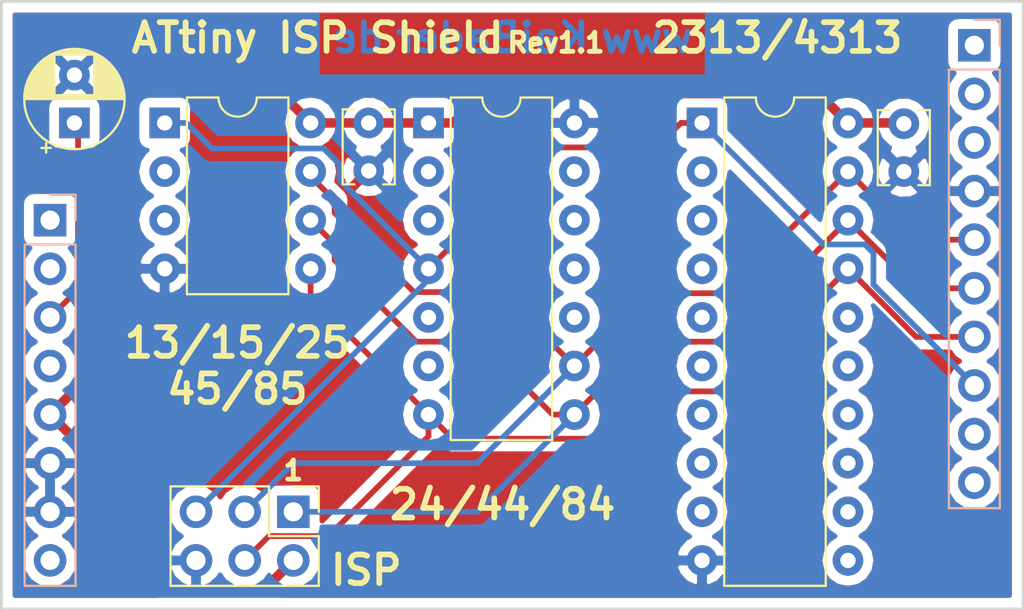
<source format=kicad_pcb>
(kicad_pcb (version 20171130) (host pcbnew no-vcs-found-104b606~61~ubuntu17.10.1)

  (general
    (thickness 1.6)
    (drawings 14)
    (tracks 92)
    (zones 0)
    (modules 9)
    (nets 8)
  )

  (page A4)
  (layers
    (0 F.Cu signal)
    (31 B.Cu signal)
    (32 B.Adhes user)
    (33 F.Adhes user)
    (34 B.Paste user)
    (35 F.Paste user)
    (36 B.SilkS user)
    (37 F.SilkS user)
    (38 B.Mask user)
    (39 F.Mask user)
    (40 Dwgs.User user)
    (41 Cmts.User user)
    (42 Eco1.User user)
    (43 Eco2.User user)
    (44 Edge.Cuts user)
    (45 Margin user)
    (46 B.CrtYd user)
    (47 F.CrtYd user)
    (48 B.Fab user)
    (49 F.Fab user)
  )

  (setup
    (last_trace_width 0.3)
    (trace_clearance 0.2)
    (zone_clearance 0.508)
    (zone_45_only no)
    (trace_min 0.2)
    (segment_width 0.2)
    (edge_width 0.15)
    (via_size 0.8)
    (via_drill 0.4)
    (via_min_size 0.4)
    (via_min_drill 0.3)
    (uvia_size 0.3)
    (uvia_drill 0.1)
    (uvias_allowed no)
    (uvia_min_size 0.2)
    (uvia_min_drill 0.1)
    (pcb_text_width 0.3)
    (pcb_text_size 1.5 1.5)
    (mod_edge_width 0.15)
    (mod_text_size 1 1)
    (mod_text_width 0.15)
    (pad_size 3.2 3.2)
    (pad_drill 3.2)
    (pad_to_mask_clearance 0.2)
    (aux_axis_origin 0 0)
    (visible_elements FFFFFF7F)
    (pcbplotparams
      (layerselection 0x010fc_ffffffff)
      (usegerberextensions false)
      (usegerberattributes false)
      (usegerberadvancedattributes false)
      (creategerberjobfile false)
      (excludeedgelayer true)
      (linewidth 0.100000)
      (plotframeref false)
      (viasonmask false)
      (mode 1)
      (useauxorigin false)
      (hpglpennumber 1)
      (hpglpenspeed 20)
      (hpglpendiameter 15)
      (psnegative false)
      (psa4output false)
      (plotreference true)
      (plotvalue true)
      (plotinvisibletext false)
      (padsonsilk false)
      (subtractmaskfromsilk false)
      (outputformat 1)
      (mirror false)
      (drillshape 1)
      (scaleselection 1)
      (outputdirectory ""))
  )

  (net 0 "")
  (net 1 +5V)
  (net 2 GND)
  (net 3 "Net-(C4-Pad1)")
  (net 4 /MISO)
  (net 5 /SCK)
  (net 6 /MOSI)
  (net 7 /~RESET)

  (net_class Default "Dies ist die voreingestellte Netzklasse."
    (clearance 0.2)
    (trace_width 0.3)
    (via_dia 0.8)
    (via_drill 0.4)
    (uvia_dia 0.3)
    (uvia_drill 0.1)
    (add_net /MISO)
    (add_net /MOSI)
    (add_net /SCK)
    (add_net /~RESET)
    (add_net "Net-(C4-Pad1)")
  )

  (net_class Power ""
    (clearance 0.2)
    (trace_width 0.5)
    (via_dia 0.8)
    (via_drill 0.4)
    (uvia_dia 0.3)
    (uvia_drill 0.1)
    (add_net +5V)
    (add_net GND)
  )

  (module Capacitor_THT:CP_Radial_D5.0mm_P2.50mm (layer F.Cu) (tedit 5A842528) (tstamp 5AB6806A)
    (at 121.92 85.09 90)
    (descr "CP, Radial series, Radial, pin pitch=2.50mm, , diameter=5mm, Electrolytic Capacitor")
    (tags "CP Radial series Radial pin pitch 2.50mm  diameter 5mm Electrolytic Capacitor")
    (path /5A84725D)
    (fp_text reference C4 (at 3.81 -2.54 90) (layer F.SilkS) hide
      (effects (font (size 1 1) (thickness 0.15)))
    )
    (fp_text value 10uF (at 1.25 3.87 90) (layer F.Fab)
      (effects (font (size 1 1) (thickness 0.15)))
    )
    (fp_circle (center 1.25 0) (end 3.75 0) (layer F.Fab) (width 0.1))
    (fp_circle (center 1.25 0) (end 3.87 0) (layer F.SilkS) (width 0.12))
    (fp_circle (center 1.25 0) (end 4 0) (layer F.CrtYd) (width 0.05))
    (fp_line (start -0.883605 -1.0875) (end -0.383605 -1.0875) (layer F.Fab) (width 0.1))
    (fp_line (start -0.633605 -1.3375) (end -0.633605 -0.8375) (layer F.Fab) (width 0.1))
    (fp_line (start 1.25 -2.58) (end 1.25 2.58) (layer F.SilkS) (width 0.12))
    (fp_line (start 1.29 -2.58) (end 1.29 2.58) (layer F.SilkS) (width 0.12))
    (fp_line (start 1.33 -2.579) (end 1.33 2.579) (layer F.SilkS) (width 0.12))
    (fp_line (start 1.37 -2.578) (end 1.37 2.578) (layer F.SilkS) (width 0.12))
    (fp_line (start 1.41 -2.576) (end 1.41 2.576) (layer F.SilkS) (width 0.12))
    (fp_line (start 1.45 -2.573) (end 1.45 2.573) (layer F.SilkS) (width 0.12))
    (fp_line (start 1.49 -2.569) (end 1.49 -1.04) (layer F.SilkS) (width 0.12))
    (fp_line (start 1.49 1.04) (end 1.49 2.569) (layer F.SilkS) (width 0.12))
    (fp_line (start 1.53 -2.565) (end 1.53 -1.04) (layer F.SilkS) (width 0.12))
    (fp_line (start 1.53 1.04) (end 1.53 2.565) (layer F.SilkS) (width 0.12))
    (fp_line (start 1.57 -2.561) (end 1.57 -1.04) (layer F.SilkS) (width 0.12))
    (fp_line (start 1.57 1.04) (end 1.57 2.561) (layer F.SilkS) (width 0.12))
    (fp_line (start 1.61 -2.556) (end 1.61 -1.04) (layer F.SilkS) (width 0.12))
    (fp_line (start 1.61 1.04) (end 1.61 2.556) (layer F.SilkS) (width 0.12))
    (fp_line (start 1.65 -2.55) (end 1.65 -1.04) (layer F.SilkS) (width 0.12))
    (fp_line (start 1.65 1.04) (end 1.65 2.55) (layer F.SilkS) (width 0.12))
    (fp_line (start 1.69 -2.543) (end 1.69 -1.04) (layer F.SilkS) (width 0.12))
    (fp_line (start 1.69 1.04) (end 1.69 2.543) (layer F.SilkS) (width 0.12))
    (fp_line (start 1.73 -2.536) (end 1.73 -1.04) (layer F.SilkS) (width 0.12))
    (fp_line (start 1.73 1.04) (end 1.73 2.536) (layer F.SilkS) (width 0.12))
    (fp_line (start 1.77 -2.528) (end 1.77 -1.04) (layer F.SilkS) (width 0.12))
    (fp_line (start 1.77 1.04) (end 1.77 2.528) (layer F.SilkS) (width 0.12))
    (fp_line (start 1.81 -2.52) (end 1.81 -1.04) (layer F.SilkS) (width 0.12))
    (fp_line (start 1.81 1.04) (end 1.81 2.52) (layer F.SilkS) (width 0.12))
    (fp_line (start 1.85 -2.511) (end 1.85 -1.04) (layer F.SilkS) (width 0.12))
    (fp_line (start 1.85 1.04) (end 1.85 2.511) (layer F.SilkS) (width 0.12))
    (fp_line (start 1.89 -2.501) (end 1.89 -1.04) (layer F.SilkS) (width 0.12))
    (fp_line (start 1.89 1.04) (end 1.89 2.501) (layer F.SilkS) (width 0.12))
    (fp_line (start 1.93 -2.491) (end 1.93 -1.04) (layer F.SilkS) (width 0.12))
    (fp_line (start 1.93 1.04) (end 1.93 2.491) (layer F.SilkS) (width 0.12))
    (fp_line (start 1.971 -2.48) (end 1.971 -1.04) (layer F.SilkS) (width 0.12))
    (fp_line (start 1.971 1.04) (end 1.971 2.48) (layer F.SilkS) (width 0.12))
    (fp_line (start 2.011 -2.468) (end 2.011 -1.04) (layer F.SilkS) (width 0.12))
    (fp_line (start 2.011 1.04) (end 2.011 2.468) (layer F.SilkS) (width 0.12))
    (fp_line (start 2.051 -2.455) (end 2.051 -1.04) (layer F.SilkS) (width 0.12))
    (fp_line (start 2.051 1.04) (end 2.051 2.455) (layer F.SilkS) (width 0.12))
    (fp_line (start 2.091 -2.442) (end 2.091 -1.04) (layer F.SilkS) (width 0.12))
    (fp_line (start 2.091 1.04) (end 2.091 2.442) (layer F.SilkS) (width 0.12))
    (fp_line (start 2.131 -2.428) (end 2.131 -1.04) (layer F.SilkS) (width 0.12))
    (fp_line (start 2.131 1.04) (end 2.131 2.428) (layer F.SilkS) (width 0.12))
    (fp_line (start 2.171 -2.414) (end 2.171 -1.04) (layer F.SilkS) (width 0.12))
    (fp_line (start 2.171 1.04) (end 2.171 2.414) (layer F.SilkS) (width 0.12))
    (fp_line (start 2.211 -2.398) (end 2.211 -1.04) (layer F.SilkS) (width 0.12))
    (fp_line (start 2.211 1.04) (end 2.211 2.398) (layer F.SilkS) (width 0.12))
    (fp_line (start 2.251 -2.382) (end 2.251 -1.04) (layer F.SilkS) (width 0.12))
    (fp_line (start 2.251 1.04) (end 2.251 2.382) (layer F.SilkS) (width 0.12))
    (fp_line (start 2.291 -2.365) (end 2.291 -1.04) (layer F.SilkS) (width 0.12))
    (fp_line (start 2.291 1.04) (end 2.291 2.365) (layer F.SilkS) (width 0.12))
    (fp_line (start 2.331 -2.348) (end 2.331 -1.04) (layer F.SilkS) (width 0.12))
    (fp_line (start 2.331 1.04) (end 2.331 2.348) (layer F.SilkS) (width 0.12))
    (fp_line (start 2.371 -2.329) (end 2.371 -1.04) (layer F.SilkS) (width 0.12))
    (fp_line (start 2.371 1.04) (end 2.371 2.329) (layer F.SilkS) (width 0.12))
    (fp_line (start 2.411 -2.31) (end 2.411 -1.04) (layer F.SilkS) (width 0.12))
    (fp_line (start 2.411 1.04) (end 2.411 2.31) (layer F.SilkS) (width 0.12))
    (fp_line (start 2.451 -2.29) (end 2.451 -1.04) (layer F.SilkS) (width 0.12))
    (fp_line (start 2.451 1.04) (end 2.451 2.29) (layer F.SilkS) (width 0.12))
    (fp_line (start 2.491 -2.268) (end 2.491 -1.04) (layer F.SilkS) (width 0.12))
    (fp_line (start 2.491 1.04) (end 2.491 2.268) (layer F.SilkS) (width 0.12))
    (fp_line (start 2.531 -2.247) (end 2.531 -1.04) (layer F.SilkS) (width 0.12))
    (fp_line (start 2.531 1.04) (end 2.531 2.247) (layer F.SilkS) (width 0.12))
    (fp_line (start 2.571 -2.224) (end 2.571 -1.04) (layer F.SilkS) (width 0.12))
    (fp_line (start 2.571 1.04) (end 2.571 2.224) (layer F.SilkS) (width 0.12))
    (fp_line (start 2.611 -2.2) (end 2.611 -1.04) (layer F.SilkS) (width 0.12))
    (fp_line (start 2.611 1.04) (end 2.611 2.2) (layer F.SilkS) (width 0.12))
    (fp_line (start 2.651 -2.175) (end 2.651 -1.04) (layer F.SilkS) (width 0.12))
    (fp_line (start 2.651 1.04) (end 2.651 2.175) (layer F.SilkS) (width 0.12))
    (fp_line (start 2.691 -2.149) (end 2.691 -1.04) (layer F.SilkS) (width 0.12))
    (fp_line (start 2.691 1.04) (end 2.691 2.149) (layer F.SilkS) (width 0.12))
    (fp_line (start 2.731 -2.122) (end 2.731 -1.04) (layer F.SilkS) (width 0.12))
    (fp_line (start 2.731 1.04) (end 2.731 2.122) (layer F.SilkS) (width 0.12))
    (fp_line (start 2.771 -2.095) (end 2.771 -1.04) (layer F.SilkS) (width 0.12))
    (fp_line (start 2.771 1.04) (end 2.771 2.095) (layer F.SilkS) (width 0.12))
    (fp_line (start 2.811 -2.065) (end 2.811 -1.04) (layer F.SilkS) (width 0.12))
    (fp_line (start 2.811 1.04) (end 2.811 2.065) (layer F.SilkS) (width 0.12))
    (fp_line (start 2.851 -2.035) (end 2.851 -1.04) (layer F.SilkS) (width 0.12))
    (fp_line (start 2.851 1.04) (end 2.851 2.035) (layer F.SilkS) (width 0.12))
    (fp_line (start 2.891 -2.004) (end 2.891 -1.04) (layer F.SilkS) (width 0.12))
    (fp_line (start 2.891 1.04) (end 2.891 2.004) (layer F.SilkS) (width 0.12))
    (fp_line (start 2.931 -1.971) (end 2.931 -1.04) (layer F.SilkS) (width 0.12))
    (fp_line (start 2.931 1.04) (end 2.931 1.971) (layer F.SilkS) (width 0.12))
    (fp_line (start 2.971 -1.937) (end 2.971 -1.04) (layer F.SilkS) (width 0.12))
    (fp_line (start 2.971 1.04) (end 2.971 1.937) (layer F.SilkS) (width 0.12))
    (fp_line (start 3.011 -1.901) (end 3.011 -1.04) (layer F.SilkS) (width 0.12))
    (fp_line (start 3.011 1.04) (end 3.011 1.901) (layer F.SilkS) (width 0.12))
    (fp_line (start 3.051 -1.864) (end 3.051 -1.04) (layer F.SilkS) (width 0.12))
    (fp_line (start 3.051 1.04) (end 3.051 1.864) (layer F.SilkS) (width 0.12))
    (fp_line (start 3.091 -1.826) (end 3.091 -1.04) (layer F.SilkS) (width 0.12))
    (fp_line (start 3.091 1.04) (end 3.091 1.826) (layer F.SilkS) (width 0.12))
    (fp_line (start 3.131 -1.785) (end 3.131 -1.04) (layer F.SilkS) (width 0.12))
    (fp_line (start 3.131 1.04) (end 3.131 1.785) (layer F.SilkS) (width 0.12))
    (fp_line (start 3.171 -1.743) (end 3.171 -1.04) (layer F.SilkS) (width 0.12))
    (fp_line (start 3.171 1.04) (end 3.171 1.743) (layer F.SilkS) (width 0.12))
    (fp_line (start 3.211 -1.699) (end 3.211 -1.04) (layer F.SilkS) (width 0.12))
    (fp_line (start 3.211 1.04) (end 3.211 1.699) (layer F.SilkS) (width 0.12))
    (fp_line (start 3.251 -1.653) (end 3.251 -1.04) (layer F.SilkS) (width 0.12))
    (fp_line (start 3.251 1.04) (end 3.251 1.653) (layer F.SilkS) (width 0.12))
    (fp_line (start 3.291 -1.605) (end 3.291 -1.04) (layer F.SilkS) (width 0.12))
    (fp_line (start 3.291 1.04) (end 3.291 1.605) (layer F.SilkS) (width 0.12))
    (fp_line (start 3.331 -1.554) (end 3.331 -1.04) (layer F.SilkS) (width 0.12))
    (fp_line (start 3.331 1.04) (end 3.331 1.554) (layer F.SilkS) (width 0.12))
    (fp_line (start 3.371 -1.5) (end 3.371 -1.04) (layer F.SilkS) (width 0.12))
    (fp_line (start 3.371 1.04) (end 3.371 1.5) (layer F.SilkS) (width 0.12))
    (fp_line (start 3.411 -1.443) (end 3.411 -1.04) (layer F.SilkS) (width 0.12))
    (fp_line (start 3.411 1.04) (end 3.411 1.443) (layer F.SilkS) (width 0.12))
    (fp_line (start 3.451 -1.383) (end 3.451 -1.04) (layer F.SilkS) (width 0.12))
    (fp_line (start 3.451 1.04) (end 3.451 1.383) (layer F.SilkS) (width 0.12))
    (fp_line (start 3.491 -1.319) (end 3.491 -1.04) (layer F.SilkS) (width 0.12))
    (fp_line (start 3.491 1.04) (end 3.491 1.319) (layer F.SilkS) (width 0.12))
    (fp_line (start 3.531 -1.251) (end 3.531 -1.04) (layer F.SilkS) (width 0.12))
    (fp_line (start 3.531 1.04) (end 3.531 1.251) (layer F.SilkS) (width 0.12))
    (fp_line (start 3.571 -1.178) (end 3.571 1.178) (layer F.SilkS) (width 0.12))
    (fp_line (start 3.611 -1.098) (end 3.611 1.098) (layer F.SilkS) (width 0.12))
    (fp_line (start 3.651 -1.011) (end 3.651 1.011) (layer F.SilkS) (width 0.12))
    (fp_line (start 3.691 -0.915) (end 3.691 0.915) (layer F.SilkS) (width 0.12))
    (fp_line (start 3.731 -0.805) (end 3.731 0.805) (layer F.SilkS) (width 0.12))
    (fp_line (start 3.771 -0.677) (end 3.771 0.677) (layer F.SilkS) (width 0.12))
    (fp_line (start 3.811 -0.518) (end 3.811 0.518) (layer F.SilkS) (width 0.12))
    (fp_line (start 3.851 -0.284) (end 3.851 0.284) (layer F.SilkS) (width 0.12))
    (fp_line (start -1.554775 -1.475) (end -1.054775 -1.475) (layer F.SilkS) (width 0.12))
    (fp_line (start -1.304775 -1.725) (end -1.304775 -1.225) (layer F.SilkS) (width 0.12))
    (fp_text user %R (at 1.25 0 90) (layer F.Fab)
      (effects (font (size 1 1) (thickness 0.15)))
    )
    (pad 1 thru_hole rect (at 0 0 90) (size 1.6 1.6) (drill 0.8) (layers *.Cu *.Mask)
      (net 3 "Net-(C4-Pad1)"))
    (pad 2 thru_hole circle (at 2.5 0 90) (size 1.6 1.6) (drill 0.8) (layers *.Cu *.Mask)
      (net 2 GND))
    (model ${KISYS3DMOD}/Capacitor_THT.3dshapes/CP_Radial_D5.0mm_P2.50mm.wrl
      (at (xyz 0 0 0))
      (scale (xyz 1 1 1))
      (rotate (xyz 0 0 0))
    )
  )

  (module Package_DIP:DIP-8_W7.62mm (layer F.Cu) (tedit 5A84250E) (tstamp 5A8E9515)
    (at 126.634095 85.09)
    (descr "8-lead though-hole mounted DIP package, row spacing 7.62 mm (300 mils)")
    (tags "THT DIP DIL PDIP 2.54mm 7.62mm 300mil")
    (path /5A831956)
    (fp_text reference U1 (at 3.81 -2.33) (layer F.SilkS) hide
      (effects (font (size 1 1) (thickness 0.15)))
    )
    (fp_text value ATTINY13/15/25/45/85 (at 3.81 6.35 90) (layer F.Fab)
      (effects (font (size 1 1) (thickness 0.15)))
    )
    (fp_arc (start 3.81 -1.33) (end 2.81 -1.33) (angle -180) (layer F.SilkS) (width 0.12))
    (fp_line (start 1.635 -1.27) (end 6.985 -1.27) (layer F.Fab) (width 0.1))
    (fp_line (start 6.985 -1.27) (end 6.985 8.89) (layer F.Fab) (width 0.1))
    (fp_line (start 6.985 8.89) (end 0.635 8.89) (layer F.Fab) (width 0.1))
    (fp_line (start 0.635 8.89) (end 0.635 -0.27) (layer F.Fab) (width 0.1))
    (fp_line (start 0.635 -0.27) (end 1.635 -1.27) (layer F.Fab) (width 0.1))
    (fp_line (start 2.81 -1.33) (end 1.16 -1.33) (layer F.SilkS) (width 0.12))
    (fp_line (start 1.16 -1.33) (end 1.16 8.95) (layer F.SilkS) (width 0.12))
    (fp_line (start 1.16 8.95) (end 6.46 8.95) (layer F.SilkS) (width 0.12))
    (fp_line (start 6.46 8.95) (end 6.46 -1.33) (layer F.SilkS) (width 0.12))
    (fp_line (start 6.46 -1.33) (end 4.81 -1.33) (layer F.SilkS) (width 0.12))
    (fp_line (start -1.1 -1.55) (end -1.1 9.15) (layer F.CrtYd) (width 0.05))
    (fp_line (start -1.1 9.15) (end 8.7 9.15) (layer F.CrtYd) (width 0.05))
    (fp_line (start 8.7 9.15) (end 8.7 -1.55) (layer F.CrtYd) (width 0.05))
    (fp_line (start 8.7 -1.55) (end -1.1 -1.55) (layer F.CrtYd) (width 0.05))
    (fp_text user %R (at 3.81 3.81) (layer F.Fab)
      (effects (font (size 1 1) (thickness 0.15)))
    )
    (pad 1 thru_hole rect (at 0 0) (size 1.6 1.6) (drill 0.8) (layers *.Cu *.Mask)
      (net 7 /~RESET))
    (pad 5 thru_hole oval (at 7.62 7.62) (size 1.6 1.6) (drill 0.8) (layers *.Cu *.Mask)
      (net 6 /MOSI))
    (pad 2 thru_hole oval (at 0 2.54) (size 1.6 1.6) (drill 0.8) (layers *.Cu *.Mask))
    (pad 6 thru_hole oval (at 7.62 5.08) (size 1.6 1.6) (drill 0.8) (layers *.Cu *.Mask)
      (net 4 /MISO))
    (pad 3 thru_hole oval (at 0 5.08) (size 1.6 1.6) (drill 0.8) (layers *.Cu *.Mask))
    (pad 7 thru_hole oval (at 7.62 2.54) (size 1.6 1.6) (drill 0.8) (layers *.Cu *.Mask)
      (net 5 /SCK))
    (pad 4 thru_hole oval (at 0 7.62) (size 1.6 1.6) (drill 0.8) (layers *.Cu *.Mask)
      (net 2 GND))
    (pad 8 thru_hole oval (at 7.62 0) (size 1.6 1.6) (drill 0.8) (layers *.Cu *.Mask)
      (net 1 +5V))
    (model ${KISYS3DMOD}/Package_DIP.3dshapes/DIP-8_W7.62mm.wrl
      (at (xyz 0 0 0))
      (scale (xyz 1 1 1))
      (rotate (xyz 0 0 0))
    )
  )

  (module Capacitor_THT:C_Disc_D3.8mm_W2.6mm_P2.50mm (layer F.Cu) (tedit 5A842537) (tstamp 5A8F8F51)
    (at 165.227 85.13 270)
    (descr "C, Disc series, Radial, pin pitch=2.50mm, diameter*width=3.8*2.6mm^2, Capacitor, http://www.vishay.com/docs/45233/krseries.pdf")
    (tags "C Disc series Radial pin pitch 2.50mm  diameter 3.8mm width 2.6mm Capacitor")
    (path /5A8356F6)
    (fp_text reference C2 (at 1.25 -2.61 270) (layer F.SilkS) hide
      (effects (font (size 1 1) (thickness 0.15)))
    )
    (fp_text value 0.1uF (at 1.25 2.61 270) (layer F.Fab)
      (effects (font (size 1 1) (thickness 0.15)))
    )
    (fp_text user %R (at 1.25 0 270) (layer F.Fab)
      (effects (font (size 1 1) (thickness 0.15)))
    )
    (fp_line (start 3.55 -1.65) (end -1.05 -1.65) (layer F.CrtYd) (width 0.05))
    (fp_line (start 3.55 1.65) (end 3.55 -1.65) (layer F.CrtYd) (width 0.05))
    (fp_line (start -1.05 1.65) (end 3.55 1.65) (layer F.CrtYd) (width 0.05))
    (fp_line (start -1.05 -1.65) (end -1.05 1.65) (layer F.CrtYd) (width 0.05))
    (fp_line (start 3.21 0.75) (end 3.21 1.36) (layer F.SilkS) (width 0.12))
    (fp_line (start 3.21 -1.36) (end 3.21 -0.75) (layer F.SilkS) (width 0.12))
    (fp_line (start -0.71 0.75) (end -0.71 1.36) (layer F.SilkS) (width 0.12))
    (fp_line (start -0.71 -1.36) (end -0.71 -0.75) (layer F.SilkS) (width 0.12))
    (fp_line (start -0.71 1.36) (end 3.21 1.36) (layer F.SilkS) (width 0.12))
    (fp_line (start -0.71 -1.36) (end 3.21 -1.36) (layer F.SilkS) (width 0.12))
    (fp_line (start 3.15 -1.3) (end -0.65 -1.3) (layer F.Fab) (width 0.1))
    (fp_line (start 3.15 1.3) (end 3.15 -1.3) (layer F.Fab) (width 0.1))
    (fp_line (start -0.65 1.3) (end 3.15 1.3) (layer F.Fab) (width 0.1))
    (fp_line (start -0.65 -1.3) (end -0.65 1.3) (layer F.Fab) (width 0.1))
    (pad 2 thru_hole circle (at 2.5 0 270) (size 1.6 1.6) (drill 0.8) (layers *.Cu *.Mask)
      (net 2 GND))
    (pad 1 thru_hole circle (at 0 0 270) (size 1.6 1.6) (drill 0.8) (layers *.Cu *.Mask)
      (net 1 +5V))
    (model ${KISYS3DMOD}/Capacitor_THT.3dshapes/C_Disc_D3.8mm_W2.6mm_P2.50mm.wrl
      (at (xyz 0 0 0))
      (scale (xyz 1 1 1))
      (rotate (xyz 0 0 0))
    )
  )

  (module Capacitor_THT:C_Disc_D3.8mm_W2.6mm_P2.50mm (layer F.Cu) (tedit 5A84253B) (tstamp 5A8F90D2)
    (at 137.287 85.09 270)
    (descr "C, Disc series, Radial, pin pitch=2.50mm, diameter*width=3.8*2.6mm^2, Capacitor, http://www.vishay.com/docs/45233/krseries.pdf")
    (tags "C Disc series Radial pin pitch 2.50mm  diameter 3.8mm width 2.6mm Capacitor")
    (path /5A831429)
    (fp_text reference C1 (at 1.25 -2.61 270) (layer F.SilkS) hide
      (effects (font (size 1 1) (thickness 0.15)))
    )
    (fp_text value 0.1uF (at 1.25 2.61 270) (layer F.Fab)
      (effects (font (size 1 1) (thickness 0.15)))
    )
    (fp_line (start -0.65 -1.3) (end -0.65 1.3) (layer F.Fab) (width 0.1))
    (fp_line (start -0.65 1.3) (end 3.15 1.3) (layer F.Fab) (width 0.1))
    (fp_line (start 3.15 1.3) (end 3.15 -1.3) (layer F.Fab) (width 0.1))
    (fp_line (start 3.15 -1.3) (end -0.65 -1.3) (layer F.Fab) (width 0.1))
    (fp_line (start -0.71 -1.36) (end 3.21 -1.36) (layer F.SilkS) (width 0.12))
    (fp_line (start -0.71 1.36) (end 3.21 1.36) (layer F.SilkS) (width 0.12))
    (fp_line (start -0.71 -1.36) (end -0.71 -0.75) (layer F.SilkS) (width 0.12))
    (fp_line (start -0.71 0.75) (end -0.71 1.36) (layer F.SilkS) (width 0.12))
    (fp_line (start 3.21 -1.36) (end 3.21 -0.75) (layer F.SilkS) (width 0.12))
    (fp_line (start 3.21 0.75) (end 3.21 1.36) (layer F.SilkS) (width 0.12))
    (fp_line (start -1.05 -1.65) (end -1.05 1.65) (layer F.CrtYd) (width 0.05))
    (fp_line (start -1.05 1.65) (end 3.55 1.65) (layer F.CrtYd) (width 0.05))
    (fp_line (start 3.55 1.65) (end 3.55 -1.65) (layer F.CrtYd) (width 0.05))
    (fp_line (start 3.55 -1.65) (end -1.05 -1.65) (layer F.CrtYd) (width 0.05))
    (fp_text user %R (at 1.25 0 270) (layer F.Fab)
      (effects (font (size 1 1) (thickness 0.15)))
    )
    (pad 1 thru_hole circle (at 0 0 270) (size 1.6 1.6) (drill 0.8) (layers *.Cu *.Mask)
      (net 1 +5V))
    (pad 2 thru_hole circle (at 2.5 0 270) (size 1.6 1.6) (drill 0.8) (layers *.Cu *.Mask)
      (net 2 GND))
    (model ${KISYS3DMOD}/Capacitor_THT.3dshapes/C_Disc_D3.8mm_W2.6mm_P2.50mm.wrl
      (at (xyz 0 0 0))
      (scale (xyz 1 1 1))
      (rotate (xyz 0 0 0))
    )
  )

  (module Connector_PinHeader_2.54mm:PinHeader_1x10_P2.54mm_Vertical (layer B.Cu) (tedit 5A84251F) (tstamp 5A8F9573)
    (at 168.91 81.03 180)
    (descr "Through hole straight pin header, 1x10, 2.54mm pitch, single row")
    (tags "Through hole pin header THT 1x10 2.54mm single row")
    (path /5A862336)
    (fp_text reference J3 (at -2.54 1.02 180) (layer B.SilkS) hide
      (effects (font (size 1 1) (thickness 0.15)) (justify mirror))
    )
    (fp_text value Conn_01x10 (at 2.54 -14.22 -90) (layer B.Fab)
      (effects (font (size 1 1) (thickness 0.15)) (justify mirror))
    )
    (fp_line (start -0.635 1.27) (end 1.27 1.27) (layer B.Fab) (width 0.1))
    (fp_line (start 1.27 1.27) (end 1.27 -24.13) (layer B.Fab) (width 0.1))
    (fp_line (start 1.27 -24.13) (end -1.27 -24.13) (layer B.Fab) (width 0.1))
    (fp_line (start -1.27 -24.13) (end -1.27 0.635) (layer B.Fab) (width 0.1))
    (fp_line (start -1.27 0.635) (end -0.635 1.27) (layer B.Fab) (width 0.1))
    (fp_line (start -1.33 -24.19) (end 1.33 -24.19) (layer B.SilkS) (width 0.12))
    (fp_line (start -1.33 -1.27) (end -1.33 -24.19) (layer B.SilkS) (width 0.12))
    (fp_line (start 1.33 -1.27) (end 1.33 -24.19) (layer B.SilkS) (width 0.12))
    (fp_line (start -1.33 -1.27) (end 1.33 -1.27) (layer B.SilkS) (width 0.12))
    (fp_line (start -1.33 0) (end -1.33 1.33) (layer B.SilkS) (width 0.12))
    (fp_line (start -1.33 1.33) (end 0 1.33) (layer B.SilkS) (width 0.12))
    (fp_line (start -1.8 1.8) (end -1.8 -24.65) (layer B.CrtYd) (width 0.05))
    (fp_line (start -1.8 -24.65) (end 1.8 -24.65) (layer B.CrtYd) (width 0.05))
    (fp_line (start 1.8 -24.65) (end 1.8 1.8) (layer B.CrtYd) (width 0.05))
    (fp_line (start 1.8 1.8) (end -1.8 1.8) (layer B.CrtYd) (width 0.05))
    (fp_text user %R (at 0 -11.43 90) (layer B.Fab)
      (effects (font (size 1 1) (thickness 0.15)) (justify mirror))
    )
    (pad 1 thru_hole rect (at 0 0 180) (size 1.7 1.7) (drill 1) (layers *.Cu *.Mask))
    (pad 2 thru_hole oval (at 0 -2.54 180) (size 1.7 1.7) (drill 1) (layers *.Cu *.Mask))
    (pad 3 thru_hole oval (at 0 -5.08 180) (size 1.7 1.7) (drill 1) (layers *.Cu *.Mask))
    (pad 4 thru_hole oval (at 0 -7.62 180) (size 1.7 1.7) (drill 1) (layers *.Cu *.Mask)
      (net 2 GND))
    (pad 5 thru_hole oval (at 0 -10.16 180) (size 1.7 1.7) (drill 1) (layers *.Cu *.Mask)
      (net 5 /SCK))
    (pad 6 thru_hole oval (at 0 -12.7 180) (size 1.7 1.7) (drill 1) (layers *.Cu *.Mask)
      (net 4 /MISO))
    (pad 7 thru_hole oval (at 0 -15.24 180) (size 1.7 1.7) (drill 1) (layers *.Cu *.Mask)
      (net 6 /MOSI))
    (pad 8 thru_hole oval (at 0 -17.78 180) (size 1.7 1.7) (drill 1) (layers *.Cu *.Mask)
      (net 7 /~RESET))
    (pad 9 thru_hole oval (at 0 -20.32 180) (size 1.7 1.7) (drill 1) (layers *.Cu *.Mask))
    (pad 10 thru_hole oval (at 0 -22.86 180) (size 1.7 1.7) (drill 1) (layers *.Cu *.Mask))
    (model ${KISYS3DMOD}/Connector_PinHeader_2.54mm.3dshapes/PinHeader_1x10_P2.54mm_Vertical.wrl
      (at (xyz 0 0 0))
      (scale (xyz 1 1 1))
      (rotate (xyz 0 0 0))
    )
  )

  (module Connector_PinHeader_2.54mm:PinHeader_1x08_P2.54mm_Vertical (layer B.Cu) (tedit 5A84252B) (tstamp 5A8F99DD)
    (at 120.65 90.17 180)
    (descr "Through hole straight pin header, 1x08, 2.54mm pitch, single row")
    (tags "Through hole pin header THT 1x08 2.54mm single row")
    (path /5A86218C)
    (fp_text reference J2 (at 0 2.33 180) (layer B.SilkS) hide
      (effects (font (size 1 1) (thickness 0.15)) (justify mirror))
    )
    (fp_text value Conn_01x08 (at -2.54 -6.35 90) (layer B.Fab)
      (effects (font (size 1 1) (thickness 0.15)) (justify mirror))
    )
    (fp_line (start -0.635 1.27) (end 1.27 1.27) (layer B.Fab) (width 0.1))
    (fp_line (start 1.27 1.27) (end 1.27 -19.05) (layer B.Fab) (width 0.1))
    (fp_line (start 1.27 -19.05) (end -1.27 -19.05) (layer B.Fab) (width 0.1))
    (fp_line (start -1.27 -19.05) (end -1.27 0.635) (layer B.Fab) (width 0.1))
    (fp_line (start -1.27 0.635) (end -0.635 1.27) (layer B.Fab) (width 0.1))
    (fp_line (start -1.33 -19.11) (end 1.33 -19.11) (layer B.SilkS) (width 0.12))
    (fp_line (start -1.33 -1.27) (end -1.33 -19.11) (layer B.SilkS) (width 0.12))
    (fp_line (start 1.33 -1.27) (end 1.33 -19.11) (layer B.SilkS) (width 0.12))
    (fp_line (start -1.33 -1.27) (end 1.33 -1.27) (layer B.SilkS) (width 0.12))
    (fp_line (start -1.33 0) (end -1.33 1.33) (layer B.SilkS) (width 0.12))
    (fp_line (start -1.33 1.33) (end 0 1.33) (layer B.SilkS) (width 0.12))
    (fp_line (start -1.8 1.8) (end -1.8 -19.55) (layer B.CrtYd) (width 0.05))
    (fp_line (start -1.8 -19.55) (end 1.8 -19.55) (layer B.CrtYd) (width 0.05))
    (fp_line (start 1.8 -19.55) (end 1.8 1.8) (layer B.CrtYd) (width 0.05))
    (fp_line (start 1.8 1.8) (end -1.8 1.8) (layer B.CrtYd) (width 0.05))
    (fp_text user %R (at 0 -8.89 90) (layer B.Fab)
      (effects (font (size 1 1) (thickness 0.15)) (justify mirror))
    )
    (pad 1 thru_hole rect (at 0 0 180) (size 1.7 1.7) (drill 1) (layers *.Cu *.Mask))
    (pad 2 thru_hole oval (at 0 -2.54 180) (size 1.7 1.7) (drill 1) (layers *.Cu *.Mask))
    (pad 3 thru_hole oval (at 0 -5.08 180) (size 1.7 1.7) (drill 1) (layers *.Cu *.Mask)
      (net 3 "Net-(C4-Pad1)"))
    (pad 4 thru_hole oval (at 0 -7.62 180) (size 1.7 1.7) (drill 1) (layers *.Cu *.Mask))
    (pad 5 thru_hole oval (at 0 -10.16 180) (size 1.7 1.7) (drill 1) (layers *.Cu *.Mask)
      (net 1 +5V))
    (pad 6 thru_hole oval (at 0 -12.7 180) (size 1.7 1.7) (drill 1) (layers *.Cu *.Mask)
      (net 2 GND))
    (pad 7 thru_hole oval (at 0 -15.24 180) (size 1.7 1.7) (drill 1) (layers *.Cu *.Mask)
      (net 2 GND))
    (pad 8 thru_hole oval (at 0 -17.78 180) (size 1.7 1.7) (drill 1) (layers *.Cu *.Mask))
    (model ${KISYS3DMOD}/Connector_PinHeader_2.54mm.3dshapes/PinHeader_1x08_P2.54mm_Vertical.wrl
      (at (xyz 0 0 0))
      (scale (xyz 1 1 1))
      (rotate (xyz 0 0 0))
    )
  )

  (module Package_DIP:DIP-14_W7.62mm (layer F.Cu) (tedit 5A842507) (tstamp 5A8E9537)
    (at 140.406714 85.09)
    (descr "14-lead though-hole mounted DIP package, row spacing 7.62 mm (300 mils)")
    (tags "THT DIP DIL PDIP 2.54mm 7.62mm 300mil")
    (path /5A831B3A)
    (fp_text reference U2 (at 3.81 -2.33) (layer F.SilkS) hide
      (effects (font (size 1 1) (thickness 0.15)))
    )
    (fp_text value ATTINY24/44/84 (at 3.81 7.62 90) (layer F.Fab)
      (effects (font (size 1 1) (thickness 0.15)))
    )
    (fp_arc (start 3.81 -1.33) (end 2.81 -1.33) (angle -180) (layer F.SilkS) (width 0.12))
    (fp_line (start 1.635 -1.27) (end 6.985 -1.27) (layer F.Fab) (width 0.1))
    (fp_line (start 6.985 -1.27) (end 6.985 16.51) (layer F.Fab) (width 0.1))
    (fp_line (start 6.985 16.51) (end 0.635 16.51) (layer F.Fab) (width 0.1))
    (fp_line (start 0.635 16.51) (end 0.635 -0.27) (layer F.Fab) (width 0.1))
    (fp_line (start 0.635 -0.27) (end 1.635 -1.27) (layer F.Fab) (width 0.1))
    (fp_line (start 2.81 -1.33) (end 1.16 -1.33) (layer F.SilkS) (width 0.12))
    (fp_line (start 1.16 -1.33) (end 1.16 16.57) (layer F.SilkS) (width 0.12))
    (fp_line (start 1.16 16.57) (end 6.46 16.57) (layer F.SilkS) (width 0.12))
    (fp_line (start 6.46 16.57) (end 6.46 -1.33) (layer F.SilkS) (width 0.12))
    (fp_line (start 6.46 -1.33) (end 4.81 -1.33) (layer F.SilkS) (width 0.12))
    (fp_line (start -1.1 -1.55) (end -1.1 16.8) (layer F.CrtYd) (width 0.05))
    (fp_line (start -1.1 16.8) (end 8.7 16.8) (layer F.CrtYd) (width 0.05))
    (fp_line (start 8.7 16.8) (end 8.7 -1.55) (layer F.CrtYd) (width 0.05))
    (fp_line (start 8.7 -1.55) (end -1.1 -1.55) (layer F.CrtYd) (width 0.05))
    (fp_text user %R (at 3.81 7.62) (layer F.Fab)
      (effects (font (size 1 1) (thickness 0.15)))
    )
    (pad 1 thru_hole rect (at 0 0) (size 1.6 1.6) (drill 0.8) (layers *.Cu *.Mask)
      (net 1 +5V))
    (pad 8 thru_hole oval (at 7.62 15.24) (size 1.6 1.6) (drill 0.8) (layers *.Cu *.Mask)
      (net 4 /MISO))
    (pad 2 thru_hole oval (at 0 2.54) (size 1.6 1.6) (drill 0.8) (layers *.Cu *.Mask))
    (pad 9 thru_hole oval (at 7.62 12.7) (size 1.6 1.6) (drill 0.8) (layers *.Cu *.Mask)
      (net 5 /SCK))
    (pad 3 thru_hole oval (at 0 5.08) (size 1.6 1.6) (drill 0.8) (layers *.Cu *.Mask))
    (pad 10 thru_hole oval (at 7.62 10.16) (size 1.6 1.6) (drill 0.8) (layers *.Cu *.Mask))
    (pad 4 thru_hole oval (at 0 7.62) (size 1.6 1.6) (drill 0.8) (layers *.Cu *.Mask)
      (net 7 /~RESET))
    (pad 11 thru_hole oval (at 7.62 7.62) (size 1.6 1.6) (drill 0.8) (layers *.Cu *.Mask))
    (pad 5 thru_hole oval (at 0 10.16) (size 1.6 1.6) (drill 0.8) (layers *.Cu *.Mask))
    (pad 12 thru_hole oval (at 7.62 5.08) (size 1.6 1.6) (drill 0.8) (layers *.Cu *.Mask))
    (pad 6 thru_hole oval (at 0 12.7) (size 1.6 1.6) (drill 0.8) (layers *.Cu *.Mask))
    (pad 13 thru_hole oval (at 7.62 2.54) (size 1.6 1.6) (drill 0.8) (layers *.Cu *.Mask))
    (pad 7 thru_hole oval (at 0 15.24) (size 1.6 1.6) (drill 0.8) (layers *.Cu *.Mask)
      (net 6 /MOSI))
    (pad 14 thru_hole oval (at 7.62 0) (size 1.6 1.6) (drill 0.8) (layers *.Cu *.Mask)
      (net 2 GND))
    (model ${KISYS3DMOD}/Package_DIP.3dshapes/DIP-14_W7.62mm.wrl
      (at (xyz 0 0 0))
      (scale (xyz 1 1 1))
      (rotate (xyz 0 0 0))
    )
  )

  (module Connector_PinHeader_2.54mm:PinHeader_2x03_P2.54mm_Vertical (layer F.Cu) (tedit 5A842530) (tstamp 5AB68C74)
    (at 133.35 105.41 270)
    (descr "Through hole straight pin header, 2x03, 2.54mm pitch, double rows")
    (tags "Through hole pin header THT 2x03 2.54mm double row")
    (path /5A8304A6)
    (fp_text reference J1 (at 1.27 -2.33 270) (layer F.SilkS) hide
      (effects (font (size 1 1) (thickness 0.15)))
    )
    (fp_text value ISP (at 1.27 7.41 270) (layer F.Fab)
      (effects (font (size 1 1) (thickness 0.15)))
    )
    (fp_line (start 0 -1.27) (end 3.81 -1.27) (layer F.Fab) (width 0.1))
    (fp_line (start 3.81 -1.27) (end 3.81 6.35) (layer F.Fab) (width 0.1))
    (fp_line (start 3.81 6.35) (end -1.27 6.35) (layer F.Fab) (width 0.1))
    (fp_line (start -1.27 6.35) (end -1.27 0) (layer F.Fab) (width 0.1))
    (fp_line (start -1.27 0) (end 0 -1.27) (layer F.Fab) (width 0.1))
    (fp_line (start -1.33 6.41) (end 3.87 6.41) (layer F.SilkS) (width 0.12))
    (fp_line (start -1.33 1.27) (end -1.33 6.41) (layer F.SilkS) (width 0.12))
    (fp_line (start 3.87 -1.33) (end 3.87 6.41) (layer F.SilkS) (width 0.12))
    (fp_line (start -1.33 1.27) (end 1.27 1.27) (layer F.SilkS) (width 0.12))
    (fp_line (start 1.27 1.27) (end 1.27 -1.33) (layer F.SilkS) (width 0.12))
    (fp_line (start 1.27 -1.33) (end 3.87 -1.33) (layer F.SilkS) (width 0.12))
    (fp_line (start -1.33 0) (end -1.33 -1.33) (layer F.SilkS) (width 0.12))
    (fp_line (start -1.33 -1.33) (end 0 -1.33) (layer F.SilkS) (width 0.12))
    (fp_line (start -1.8 -1.8) (end -1.8 6.85) (layer F.CrtYd) (width 0.05))
    (fp_line (start -1.8 6.85) (end 4.35 6.85) (layer F.CrtYd) (width 0.05))
    (fp_line (start 4.35 6.85) (end 4.35 -1.8) (layer F.CrtYd) (width 0.05))
    (fp_line (start 4.35 -1.8) (end -1.8 -1.8) (layer F.CrtYd) (width 0.05))
    (fp_text user %R (at 1.27 2.54) (layer F.Fab)
      (effects (font (size 1 1) (thickness 0.15)))
    )
    (pad 1 thru_hole rect (at 0 0 270) (size 1.7 1.7) (drill 1) (layers *.Cu *.Mask)
      (net 4 /MISO))
    (pad 2 thru_hole oval (at 2.54 0 270) (size 1.7 1.7) (drill 1) (layers *.Cu *.Mask)
      (net 1 +5V))
    (pad 3 thru_hole oval (at 0 2.54 270) (size 1.7 1.7) (drill 1) (layers *.Cu *.Mask)
      (net 5 /SCK))
    (pad 4 thru_hole oval (at 2.54 2.54 270) (size 1.7 1.7) (drill 1) (layers *.Cu *.Mask)
      (net 6 /MOSI))
    (pad 5 thru_hole oval (at 0 5.08 270) (size 1.7 1.7) (drill 1) (layers *.Cu *.Mask)
      (net 7 /~RESET))
    (pad 6 thru_hole oval (at 2.54 5.08 270) (size 1.7 1.7) (drill 1) (layers *.Cu *.Mask)
      (net 2 GND))
    (model ${KISYS3DMOD}/Connector_PinHeader_2.54mm.3dshapes/PinHeader_2x03_P2.54mm_Vertical.wrl
      (at (xyz 0 0 0))
      (scale (xyz 1 1 1))
      (rotate (xyz 0 0 0))
    )
  )

  (module Package_DIP:DIP-20_W7.62mm (layer F.Cu) (tedit 5A84250B) (tstamp 5AB68262)
    (at 154.690285 85.09)
    (descr "20-lead though-hole mounted DIP package, row spacing 7.62 mm (300 mils)")
    (tags "THT DIP DIL PDIP 2.54mm 7.62mm 300mil")
    (path /5A831F6C)
    (fp_text reference U3 (at 3.81 -2.33) (layer F.SilkS) hide
      (effects (font (size 1 1) (thickness 0.15)))
    )
    (fp_text value ATTINY2313/4313 (at 3.81 11.43 90) (layer F.Fab)
      (effects (font (size 1 1) (thickness 0.15)))
    )
    (fp_arc (start 3.81 -1.33) (end 2.81 -1.33) (angle -180) (layer F.SilkS) (width 0.12))
    (fp_line (start 1.635 -1.27) (end 6.985 -1.27) (layer F.Fab) (width 0.1))
    (fp_line (start 6.985 -1.27) (end 6.985 24.13) (layer F.Fab) (width 0.1))
    (fp_line (start 6.985 24.13) (end 0.635 24.13) (layer F.Fab) (width 0.1))
    (fp_line (start 0.635 24.13) (end 0.635 -0.27) (layer F.Fab) (width 0.1))
    (fp_line (start 0.635 -0.27) (end 1.635 -1.27) (layer F.Fab) (width 0.1))
    (fp_line (start 2.81 -1.33) (end 1.16 -1.33) (layer F.SilkS) (width 0.12))
    (fp_line (start 1.16 -1.33) (end 1.16 24.19) (layer F.SilkS) (width 0.12))
    (fp_line (start 1.16 24.19) (end 6.46 24.19) (layer F.SilkS) (width 0.12))
    (fp_line (start 6.46 24.19) (end 6.46 -1.33) (layer F.SilkS) (width 0.12))
    (fp_line (start 6.46 -1.33) (end 4.81 -1.33) (layer F.SilkS) (width 0.12))
    (fp_line (start -1.1 -1.55) (end -1.1 24.4) (layer F.CrtYd) (width 0.05))
    (fp_line (start -1.1 24.4) (end 8.7 24.4) (layer F.CrtYd) (width 0.05))
    (fp_line (start 8.7 24.4) (end 8.7 -1.55) (layer F.CrtYd) (width 0.05))
    (fp_line (start 8.7 -1.55) (end -1.1 -1.55) (layer F.CrtYd) (width 0.05))
    (fp_text user %R (at 3.81 11.43) (layer F.Fab)
      (effects (font (size 1 1) (thickness 0.15)))
    )
    (pad 1 thru_hole rect (at 0 0) (size 1.6 1.6) (drill 0.8) (layers *.Cu *.Mask)
      (net 7 /~RESET))
    (pad 11 thru_hole oval (at 7.62 22.86) (size 1.6 1.6) (drill 0.8) (layers *.Cu *.Mask))
    (pad 2 thru_hole oval (at 0 2.54) (size 1.6 1.6) (drill 0.8) (layers *.Cu *.Mask))
    (pad 12 thru_hole oval (at 7.62 20.32) (size 1.6 1.6) (drill 0.8) (layers *.Cu *.Mask))
    (pad 3 thru_hole oval (at 0 5.08) (size 1.6 1.6) (drill 0.8) (layers *.Cu *.Mask))
    (pad 13 thru_hole oval (at 7.62 17.78) (size 1.6 1.6) (drill 0.8) (layers *.Cu *.Mask))
    (pad 4 thru_hole oval (at 0 7.62) (size 1.6 1.6) (drill 0.8) (layers *.Cu *.Mask))
    (pad 14 thru_hole oval (at 7.62 15.24) (size 1.6 1.6) (drill 0.8) (layers *.Cu *.Mask))
    (pad 5 thru_hole oval (at 0 10.16) (size 1.6 1.6) (drill 0.8) (layers *.Cu *.Mask))
    (pad 15 thru_hole oval (at 7.62 12.7) (size 1.6 1.6) (drill 0.8) (layers *.Cu *.Mask))
    (pad 6 thru_hole oval (at 0 12.7) (size 1.6 1.6) (drill 0.8) (layers *.Cu *.Mask))
    (pad 16 thru_hole oval (at 7.62 10.16) (size 1.6 1.6) (drill 0.8) (layers *.Cu *.Mask))
    (pad 7 thru_hole oval (at 0 15.24) (size 1.6 1.6) (drill 0.8) (layers *.Cu *.Mask))
    (pad 17 thru_hole oval (at 7.62 7.62) (size 1.6 1.6) (drill 0.8) (layers *.Cu *.Mask)
      (net 6 /MOSI))
    (pad 8 thru_hole oval (at 0 17.78) (size 1.6 1.6) (drill 0.8) (layers *.Cu *.Mask))
    (pad 18 thru_hole oval (at 7.62 5.08) (size 1.6 1.6) (drill 0.8) (layers *.Cu *.Mask)
      (net 4 /MISO))
    (pad 9 thru_hole oval (at 0 20.32) (size 1.6 1.6) (drill 0.8) (layers *.Cu *.Mask))
    (pad 19 thru_hole oval (at 7.62 2.54) (size 1.6 1.6) (drill 0.8) (layers *.Cu *.Mask)
      (net 5 /SCK))
    (pad 10 thru_hole oval (at 0 22.86) (size 1.6 1.6) (drill 0.8) (layers *.Cu *.Mask)
      (net 2 GND))
    (pad 20 thru_hole oval (at 7.62 0) (size 1.6 1.6) (drill 0.8) (layers *.Cu *.Mask)
      (net 1 +5V))
    (model ${KISYS3DMOD}/Package_DIP.3dshapes/DIP-20_W7.62mm.wrl
      (at (xyz 0 0 0))
      (scale (xyz 1 1 1))
      (rotate (xyz 0 0 0))
    )
  )

  (gr_text 2313/4313 (at 158.623 80.645) (layer F.SilkS) (tstamp 5A8F946A)
    (effects (font (size 1.5 1.5) (thickness 0.3)))
  )
  (gr_text 24/44/84 (at 144.272 105.029) (layer F.SilkS)
    (effects (font (size 1.5 1.5) (thickness 0.3)))
  )
  (gr_text "13/15/25\n45/85" (at 130.429 97.79) (layer F.SilkS)
    (effects (font (size 1.5 1.5) (thickness 0.3)))
  )
  (gr_text ISP (at 137.16 108.458) (layer F.SilkS)
    (effects (font (size 1.5 1.5) (thickness 0.3)))
  )
  (gr_text 1 (at 133.35 103.251) (layer F.SilkS)
    (effects (font (size 1 1) (thickness 0.25)))
  )
  (gr_text "ATtiny ISP Shield" (at 134.62 80.645) (layer F.SilkS) (tstamp 5A8F9917)
    (effects (font (size 1.5 1.5) (thickness 0.3)))
  )
  (gr_text Rev1.1 (at 147.066 80.899) (layer F.SilkS) (tstamp 5A8F9914)
    (effects (font (size 1 1) (thickness 0.25)))
  )
  (gr_text www.KaiBader.de (at 144.78 80.645) (layer B.Cu)
    (effects (font (size 1.5 1.5) (thickness 0.3)) (justify mirror))
  )
  (gr_line (start 171.45 110.49) (end 171.45 109.855) (layer Edge.Cuts) (width 0.15))
  (gr_line (start 118.11 110.49) (end 171.45 110.49) (layer Edge.Cuts) (width 0.15))
  (gr_line (start 118.11 109.855) (end 118.11 110.49) (layer Edge.Cuts) (width 0.15))
  (gr_line (start 118.11 78.74) (end 118.11 109.855) (layer Edge.Cuts) (width 0.15))
  (gr_line (start 171.45 78.74) (end 118.11 78.74) (layer Edge.Cuts) (width 0.15))
  (gr_line (start 171.45 109.855) (end 171.45 78.74) (layer Edge.Cuts) (width 0.15))

  (segment (start 127.254 109.5756) (end 131.7244 109.5756) (width 0.5) (layer F.Cu) (net 1))
  (segment (start 131.7244 109.5756) (end 133.35 107.95) (width 0.5) (layer F.Cu) (net 1))
  (segment (start 126.5301 108.8517) (end 127.254 109.5756) (width 0.5) (layer F.Cu) (net 1))
  (segment (start 126.5301 106.2101) (end 120.65 100.33) (width 0.5) (layer F.Cu) (net 1))
  (segment (start 126.5301 106.2101) (end 126.5301 108.8517) (width 0.5) (layer F.Cu) (net 1))
  (segment (start 134.254095 85.09) (end 132.679295 83.5152) (width 0.5) (layer F.Cu) (net 1))
  (segment (start 132.679295 83.5152) (end 125.3236 83.5152) (width 0.5) (layer F.Cu) (net 1))
  (segment (start 124.46 84.3788) (end 124.46 96.52) (width 0.5) (layer F.Cu) (net 1))
  (segment (start 125.3236 83.5152) (end 124.46 84.3788) (width 0.5) (layer F.Cu) (net 1))
  (segment (start 124.46 96.52) (end 120.65 100.33) (width 0.5) (layer F.Cu) (net 1))
  (segment (start 160.773585 83.5533) (end 143.243414 83.5533) (width 0.5) (layer F.Cu) (net 1))
  (segment (start 143.243414 83.5533) (end 141.706714 85.09) (width 0.5) (layer F.Cu) (net 1))
  (segment (start 141.706714 85.09) (end 140.406714 85.09) (width 0.5) (layer F.Cu) (net 1))
  (segment (start 160.773585 83.5533) (end 162.310285 85.09) (width 0.5) (layer F.Cu) (net 1))
  (segment (start 162.310285 85.09) (end 165.187 85.09) (width 0.5) (layer F.Cu) (net 1) (status 30))
  (segment (start 165.187 85.09) (end 165.227 85.13) (width 0.5) (layer F.Cu) (net 1) (status 30))
  (segment (start 137.287 85.09) (end 140.406714 85.09) (width 0.5) (layer F.Cu) (net 1) (status 30))
  (segment (start 134.254095 85.09) (end 137.287 85.09) (width 0.5) (layer F.Cu) (net 1) (status 30))
  (segment (start 132.049999 109.250001) (end 133.35 107.95) (width 0.5) (layer F.Cu) (net 1) (status 20))
  (segment (start 122.1105 93.7895) (end 122.1105 85.2805) (width 0.3) (layer F.Cu) (net 3))
  (segment (start 120.65 95.25) (end 122.1105 93.7895) (width 0.3) (layer F.Cu) (net 3))
  (segment (start 122.1105 85.2805) (end 121.92 85.09) (width 0.3) (layer F.Cu) (net 3))
  (segment (start 121.92 85.09) (end 121.92 85.725) (width 0.3) (layer F.Cu) (net 3))
  (segment (start 148.026714 100.33) (end 151.836714 96.52) (width 0.3) (layer F.Cu) (net 4))
  (segment (start 151.836714 96.52) (end 155.960285 96.52) (width 0.3) (layer F.Cu) (net 4))
  (segment (start 155.960285 96.52) (end 162.310285 90.17) (width 0.3) (layer F.Cu) (net 4))
  (segment (start 139.766097 96.52) (end 135.511597 92.2655) (width 0.3) (layer F.Cu) (net 4))
  (segment (start 135.511597 91.427502) (end 135.511597 92.2655) (width 0.3) (layer F.Cu) (net 4))
  (segment (start 134.254095 90.17) (end 135.511597 91.427502) (width 0.3) (layer F.Cu) (net 4))
  (segment (start 143.085344 96.52) (end 139.766097 96.52) (width 0.3) (layer F.Cu) (net 4))
  (segment (start 148.026714 100.33) (end 146.895344 100.33) (width 0.3) (layer F.Cu) (net 4))
  (segment (start 146.895344 100.33) (end 143.085344 96.52) (width 0.3) (layer F.Cu) (net 4))
  (segment (start 133.35 105.41) (end 142.946714 105.41) (width 0.3) (layer B.Cu) (net 4) (status 10))
  (segment (start 142.946714 105.41) (end 148.026714 100.33) (width 0.3) (layer B.Cu) (net 4) (status 20))
  (segment (start 168.91 93.73) (end 165.870285 93.73) (width 0.3) (layer F.Cu) (net 4) (status 10))
  (segment (start 165.870285 93.73) (end 162.310285 90.17) (width 0.3) (layer F.Cu) (net 4) (status 20))
  (segment (start 135.509 89.1413) (end 135.509 89.789) (width 0.3) (layer F.Cu) (net 5))
  (segment (start 134.254095 87.886395) (end 134.254095 87.63) (width 0.3) (layer F.Cu) (net 5))
  (segment (start 135.509 89.1413) (end 134.254095 87.886395) (width 0.3) (layer F.Cu) (net 5))
  (segment (start 148.026714 97.79) (end 144.165914 93.9292) (width 0.3) (layer F.Cu) (net 5))
  (segment (start 139.6492 93.9292) (end 135.509 89.789) (width 0.3) (layer F.Cu) (net 5))
  (segment (start 144.165914 93.9292) (end 139.6492 93.9292) (width 0.3) (layer F.Cu) (net 5))
  (segment (start 148.026714 97.79) (end 151.8285 93.988214) (width 0.3) (layer F.Cu) (net 5))
  (segment (start 151.8285 93.988214) (end 155.952071 93.988214) (width 0.3) (layer F.Cu) (net 5))
  (segment (start 155.952071 93.988214) (end 156.080284 93.860001) (width 0.3) (layer F.Cu) (net 5))
  (segment (start 130.81 105.41) (end 133.35 102.87) (width 0.3) (layer B.Cu) (net 5) (status 10))
  (segment (start 133.35 102.87) (end 142.946714 102.87) (width 0.3) (layer B.Cu) (net 5))
  (segment (start 142.946714 102.87) (end 148.026714 97.79) (width 0.3) (layer B.Cu) (net 5) (status 20))
  (segment (start 156.080284 93.860001) (end 162.310285 87.63) (width 0.3) (layer F.Cu) (net 5) (status 20))
  (segment (start 168.91 91.19) (end 165.870285 91.19) (width 0.3) (layer F.Cu) (net 5) (status 10))
  (segment (start 165.870285 91.19) (end 162.310285 87.63) (width 0.3) (layer F.Cu) (net 5) (status 20))
  (segment (start 132.4356 106.68) (end 133.2992 106.68) (width 0.3) (layer F.Cu) (net 6))
  (segment (start 140.406714 101.46137) (end 140.406714 100.33) (width 0.3) (layer F.Cu) (net 6))
  (segment (start 133.2992 106.68) (end 135.188084 106.68) (width 0.3) (layer F.Cu) (net 6))
  (segment (start 135.188084 106.68) (end 140.406714 101.46137) (width 0.3) (layer F.Cu) (net 6))
  (segment (start 132.2832 106.68) (end 132.4356 106.68) (width 0.3) (layer F.Cu) (net 6))
  (segment (start 132.4356 106.68) (end 132.08 106.68) (width 0.3) (layer F.Cu) (net 6))
  (segment (start 132.08 106.68) (end 130.81 107.95) (width 0.3) (layer F.Cu) (net 6))
  (segment (start 155.903786 99.116499) (end 152.343501 99.116499) (width 0.3) (layer F.Cu) (net 6))
  (segment (start 162.310285 92.71) (end 155.903786 99.116499) (width 0.3) (layer F.Cu) (net 6))
  (segment (start 152.343501 99.116499) (end 149.868214 101.591786) (width 0.3) (layer F.Cu) (net 6))
  (segment (start 149.868214 101.591786) (end 141.6685 101.591786) (width 0.3) (layer F.Cu) (net 6))
  (segment (start 141.6685 101.591786) (end 140.406714 100.33) (width 0.3) (layer F.Cu) (net 6))
  (segment (start 140.406714 100.33) (end 134.254095 94.177381) (width 0.3) (layer F.Cu) (net 6) (status 10))
  (segment (start 134.254095 94.177381) (end 134.254095 92.71) (width 0.3) (layer F.Cu) (net 6) (status 20))
  (segment (start 168.91 96.27) (end 165.870285 96.27) (width 0.3) (layer F.Cu) (net 6) (status 10))
  (segment (start 165.870285 96.27) (end 162.310285 92.71) (width 0.3) (layer F.Cu) (net 6) (status 20))
  (segment (start 129.0955 86.4235) (end 127.762 85.09) (width 0.3) (layer B.Cu) (net 7))
  (segment (start 127.762 85.09) (end 126.634095 85.09) (width 0.3) (layer B.Cu) (net 7))
  (segment (start 134.9375 86.4235) (end 129.0955 86.4235) (width 0.3) (layer B.Cu) (net 7))
  (segment (start 135.763 88.0745) (end 135.763 87.249) (width 0.3) (layer B.Cu) (net 7))
  (segment (start 136.128785 88.440285) (end 135.763 88.0745) (width 0.3) (layer B.Cu) (net 7))
  (segment (start 140.406714 92.71) (end 136.136999 88.440285) (width 0.3) (layer B.Cu) (net 7))
  (segment (start 135.763 87.249) (end 134.9375 86.4235) (width 0.3) (layer B.Cu) (net 7))
  (segment (start 136.136999 88.440285) (end 136.128785 88.440285) (width 0.3) (layer B.Cu) (net 7))
  (segment (start 163.195 91.44) (end 163.6395 91.8845) (width 0.3) (layer B.Cu) (net 7))
  (segment (start 163.826 93.722) (end 163.6395 93.5355) (width 0.3) (layer B.Cu) (net 7))
  (segment (start 163.6395 93.5355) (end 163.6395 91.8845) (width 0.3) (layer B.Cu) (net 7))
  (segment (start 163.826 93.726) (end 163.826 93.722) (width 0.3) (layer B.Cu) (net 7))
  (segment (start 168.91 98.81) (end 163.826 93.726) (width 0.3) (layer B.Cu) (net 7))
  (segment (start 168.91 98.81) (end 167.709999 97.609999) (width 0.3) (layer B.Cu) (net 7))
  (segment (start 167.709999 97.609999) (end 167.709999 97.605999) (width 0.3) (layer B.Cu) (net 7))
  (segment (start 160.920286 91.324286) (end 161.036 91.44) (width 0.3) (layer B.Cu) (net 7))
  (segment (start 161.036 91.44) (end 163.195 91.44) (width 0.3) (layer B.Cu) (net 7))
  (segment (start 160.920286 91.320001) (end 160.920286 91.324286) (width 0.3) (layer B.Cu) (net 7))
  (segment (start 146.7485 86.368214) (end 152.312071 86.368214) (width 0.3) (layer F.Cu) (net 7))
  (segment (start 153.590285 85.09) (end 154.690285 85.09) (width 0.3) (layer F.Cu) (net 7))
  (segment (start 152.312071 86.368214) (end 153.590285 85.09) (width 0.3) (layer F.Cu) (net 7))
  (segment (start 140.406714 92.71) (end 146.7485 86.368214) (width 0.3) (layer F.Cu) (net 7))
  (segment (start 128.27 105.41) (end 140.406714 93.273286) (width 0.3) (layer B.Cu) (net 7) (status 30))
  (segment (start 140.406714 93.273286) (end 140.406714 92.71) (width 0.3) (layer B.Cu) (net 7) (status 30))
  (segment (start 160.920286 91.320001) (end 154.690285 85.09) (width 0.3) (layer B.Cu) (net 7) (status 20))

  (zone (net 2) (net_name GND) (layer F.Cu) (tstamp 0) (hatch edge 0.508)
    (connect_pads (clearance 0.508))
    (min_thickness 0.254)
    (fill yes (arc_segments 16) (thermal_gap 0.508) (thermal_bridge_width 0.508))
    (polygon
      (pts
        (xy 118.11 78.74) (xy 171.45 78.74) (xy 171.45 110.49) (xy 118.11 110.49)
      )
    )
    (filled_polygon
      (pts
        (xy 170.74 109.78) (xy 132.771578 109.78) (xy 133.13104 109.420538) (xy 133.203744 109.435) (xy 133.496256 109.435)
        (xy 133.929418 109.348839) (xy 134.420625 109.020625) (xy 134.748839 108.529418) (xy 134.794664 108.299039) (xy 153.298381 108.299039)
        (xy 153.459244 108.687423) (xy 153.835151 109.102389) (xy 154.341244 109.341914) (xy 154.563285 109.220629) (xy 154.563285 108.077)
        (xy 154.817285 108.077) (xy 154.817285 109.220629) (xy 155.039326 109.341914) (xy 155.545419 109.102389) (xy 155.921326 108.687423)
        (xy 156.082189 108.299039) (xy 155.9602 108.077) (xy 154.817285 108.077) (xy 154.563285 108.077) (xy 153.42037 108.077)
        (xy 153.298381 108.299039) (xy 134.794664 108.299039) (xy 134.864092 107.95) (xy 134.76762 107.465) (xy 135.110772 107.465)
        (xy 135.188084 107.480378) (xy 135.265396 107.465) (xy 135.2654 107.465) (xy 135.494376 107.419454) (xy 135.754037 107.245953)
        (xy 135.797833 107.180408) (xy 140.907125 102.071117) (xy 140.972667 102.027323) (xy 140.981163 102.014607) (xy 141.058753 102.092197)
        (xy 141.102547 102.157739) (xy 141.168089 102.201533) (xy 141.168091 102.201535) (xy 141.258208 102.261749) (xy 141.362208 102.33124)
        (xy 141.591184 102.376786) (xy 141.591188 102.376786) (xy 141.6685 102.392164) (xy 141.745812 102.376786) (xy 149.790902 102.376786)
        (xy 149.868214 102.392164) (xy 149.945526 102.376786) (xy 149.94553 102.376786) (xy 150.174506 102.33124) (xy 150.434167 102.157739)
        (xy 150.477963 102.092194) (xy 152.668659 99.901499) (xy 153.312406 99.901499) (xy 153.227172 100.33) (xy 153.338545 100.889909)
        (xy 153.655708 101.364577) (xy 154.008043 101.6) (xy 153.655708 101.835423) (xy 153.338545 102.310091) (xy 153.227172 102.87)
        (xy 153.338545 103.429909) (xy 153.655708 103.904577) (xy 154.008043 104.14) (xy 153.655708 104.375423) (xy 153.338545 104.850091)
        (xy 153.227172 105.41) (xy 153.338545 105.969909) (xy 153.655708 106.444577) (xy 154.039393 106.700947) (xy 153.835151 106.797611)
        (xy 153.459244 107.212577) (xy 153.298381 107.600961) (xy 153.42037 107.823) (xy 154.563285 107.823) (xy 154.563285 107.803)
        (xy 154.817285 107.803) (xy 154.817285 107.823) (xy 155.9602 107.823) (xy 156.082189 107.600961) (xy 155.921326 107.212577)
        (xy 155.545419 106.797611) (xy 155.341177 106.700947) (xy 155.724862 106.444577) (xy 156.042025 105.969909) (xy 156.153398 105.41)
        (xy 156.042025 104.850091) (xy 155.724862 104.375423) (xy 155.372527 104.14) (xy 155.724862 103.904577) (xy 156.042025 103.429909)
        (xy 156.153398 102.87) (xy 156.042025 102.310091) (xy 155.724862 101.835423) (xy 155.372527 101.6) (xy 155.724862 101.364577)
        (xy 156.042025 100.889909) (xy 156.153398 100.33) (xy 156.06485 99.884841) (xy 156.210078 99.855953) (xy 156.469739 99.682452)
        (xy 156.513535 99.616907) (xy 160.852692 95.27775) (xy 160.958545 95.809909) (xy 161.275708 96.284577) (xy 161.628043 96.52)
        (xy 161.275708 96.755423) (xy 160.958545 97.230091) (xy 160.847172 97.79) (xy 160.958545 98.349909) (xy 161.275708 98.824577)
        (xy 161.628043 99.06) (xy 161.275708 99.295423) (xy 160.958545 99.770091) (xy 160.847172 100.33) (xy 160.958545 100.889909)
        (xy 161.275708 101.364577) (xy 161.628043 101.6) (xy 161.275708 101.835423) (xy 160.958545 102.310091) (xy 160.847172 102.87)
        (xy 160.958545 103.429909) (xy 161.275708 103.904577) (xy 161.628043 104.14) (xy 161.275708 104.375423) (xy 160.958545 104.850091)
        (xy 160.847172 105.41) (xy 160.958545 105.969909) (xy 161.275708 106.444577) (xy 161.628043 106.68) (xy 161.275708 106.915423)
        (xy 160.958545 107.390091) (xy 160.847172 107.95) (xy 160.958545 108.509909) (xy 161.275708 108.984577) (xy 161.750376 109.30174)
        (xy 162.168952 109.385) (xy 162.451618 109.385) (xy 162.870194 109.30174) (xy 163.344862 108.984577) (xy 163.662025 108.509909)
        (xy 163.773398 107.95) (xy 163.662025 107.390091) (xy 163.344862 106.915423) (xy 162.992527 106.68) (xy 163.344862 106.444577)
        (xy 163.662025 105.969909) (xy 163.773398 105.41) (xy 163.662025 104.850091) (xy 163.344862 104.375423) (xy 162.992527 104.14)
        (xy 163.344862 103.904577) (xy 163.662025 103.429909) (xy 163.773398 102.87) (xy 163.662025 102.310091) (xy 163.344862 101.835423)
        (xy 162.992527 101.6) (xy 163.344862 101.364577) (xy 163.662025 100.889909) (xy 163.773398 100.33) (xy 163.662025 99.770091)
        (xy 163.344862 99.295423) (xy 162.992527 99.06) (xy 163.344862 98.824577) (xy 163.662025 98.349909) (xy 163.773398 97.79)
        (xy 163.662025 97.230091) (xy 163.344862 96.755423) (xy 162.992527 96.52) (xy 163.344862 96.284577) (xy 163.662025 95.809909)
        (xy 163.767878 95.277751) (xy 165.260538 96.770411) (xy 165.304332 96.835953) (xy 165.369874 96.879747) (xy 165.369876 96.879749)
        (xy 165.44491 96.929885) (xy 165.563993 97.009454) (xy 165.792969 97.055) (xy 165.792973 97.055) (xy 165.870284 97.070378)
        (xy 165.947595 97.055) (xy 167.648526 97.055) (xy 167.839375 97.340625) (xy 168.137761 97.54) (xy 167.839375 97.739375)
        (xy 167.511161 98.230582) (xy 167.395908 98.81) (xy 167.511161 99.389418) (xy 167.839375 99.880625) (xy 168.137761 100.08)
        (xy 167.839375 100.279375) (xy 167.511161 100.770582) (xy 167.395908 101.35) (xy 167.511161 101.929418) (xy 167.839375 102.420625)
        (xy 168.137761 102.62) (xy 167.839375 102.819375) (xy 167.511161 103.310582) (xy 167.395908 103.89) (xy 167.511161 104.469418)
        (xy 167.839375 104.960625) (xy 168.330582 105.288839) (xy 168.763744 105.375) (xy 169.056256 105.375) (xy 169.489418 105.288839)
        (xy 169.980625 104.960625) (xy 170.308839 104.469418) (xy 170.424092 103.89) (xy 170.308839 103.310582) (xy 169.980625 102.819375)
        (xy 169.682239 102.62) (xy 169.980625 102.420625) (xy 170.308839 101.929418) (xy 170.424092 101.35) (xy 170.308839 100.770582)
        (xy 169.980625 100.279375) (xy 169.682239 100.08) (xy 169.980625 99.880625) (xy 170.308839 99.389418) (xy 170.424092 98.81)
        (xy 170.308839 98.230582) (xy 169.980625 97.739375) (xy 169.682239 97.54) (xy 169.980625 97.340625) (xy 170.308839 96.849418)
        (xy 170.424092 96.27) (xy 170.308839 95.690582) (xy 169.980625 95.199375) (xy 169.682239 95) (xy 169.980625 94.800625)
        (xy 170.308839 94.309418) (xy 170.424092 93.73) (xy 170.308839 93.150582) (xy 169.980625 92.659375) (xy 169.682239 92.46)
        (xy 169.980625 92.260625) (xy 170.308839 91.769418) (xy 170.424092 91.19) (xy 170.308839 90.610582) (xy 169.980625 90.119375)
        (xy 169.661522 89.906157) (xy 169.791358 89.845183) (xy 170.181645 89.416924) (xy 170.351476 89.00689) (xy 170.230155 88.777)
        (xy 169.037 88.777) (xy 169.037 88.797) (xy 168.783 88.797) (xy 168.783 88.777) (xy 167.589845 88.777)
        (xy 167.468524 89.00689) (xy 167.638355 89.416924) (xy 168.028642 89.845183) (xy 168.158478 89.906157) (xy 167.839375 90.119375)
        (xy 167.648526 90.405) (xy 166.195443 90.405) (xy 164.787269 88.996827) (xy 165.010223 89.076965) (xy 165.580454 89.049778)
        (xy 165.981005 88.883864) (xy 166.055139 88.637745) (xy 165.227 87.809605) (xy 165.212858 87.823748) (xy 165.033252 87.644142)
        (xy 165.047395 87.63) (xy 165.406605 87.63) (xy 166.234745 88.458139) (xy 166.480864 88.384005) (xy 166.673965 87.846777)
        (xy 166.646778 87.276546) (xy 166.480864 86.875995) (xy 166.234745 86.801861) (xy 165.406605 87.63) (xy 165.047395 87.63)
        (xy 164.219255 86.801861) (xy 163.973136 86.875995) (xy 163.780035 87.413223) (xy 163.807222 87.983454) (xy 163.830787 88.040345)
        (xy 163.714839 87.924397) (xy 163.773398 87.63) (xy 163.662025 87.070091) (xy 163.344862 86.595423) (xy 162.992527 86.36)
        (xy 163.344862 86.124577) (xy 163.444806 85.975) (xy 164.042604 85.975) (xy 164.414138 86.346534) (xy 164.479299 86.373525)
        (xy 164.472995 86.376136) (xy 164.398861 86.622255) (xy 165.227 87.450395) (xy 166.055139 86.622255) (xy 165.981005 86.376136)
        (xy 165.974254 86.37371) (xy 166.039862 86.346534) (xy 166.443534 85.942862) (xy 166.662 85.415439) (xy 166.662 84.844561)
        (xy 166.443534 84.317138) (xy 166.039862 83.913466) (xy 165.512439 83.695) (xy 164.941561 83.695) (xy 164.414138 83.913466)
        (xy 164.122604 84.205) (xy 163.444806 84.205) (xy 163.344862 84.055423) (xy 162.870194 83.73826) (xy 162.451618 83.655)
        (xy 162.168952 83.655) (xy 162.133846 83.661983) (xy 162.041863 83.57) (xy 167.395908 83.57) (xy 167.511161 84.149418)
        (xy 167.839375 84.640625) (xy 168.137761 84.84) (xy 167.839375 85.039375) (xy 167.511161 85.530582) (xy 167.395908 86.11)
        (xy 167.511161 86.689418) (xy 167.839375 87.180625) (xy 168.158478 87.393843) (xy 168.028642 87.454817) (xy 167.638355 87.883076)
        (xy 167.468524 88.29311) (xy 167.589845 88.523) (xy 168.783 88.523) (xy 168.783 88.503) (xy 169.037 88.503)
        (xy 169.037 88.523) (xy 170.230155 88.523) (xy 170.351476 88.29311) (xy 170.181645 87.883076) (xy 169.791358 87.454817)
        (xy 169.661522 87.393843) (xy 169.980625 87.180625) (xy 170.308839 86.689418) (xy 170.424092 86.11) (xy 170.308839 85.530582)
        (xy 169.980625 85.039375) (xy 169.682239 84.84) (xy 169.980625 84.640625) (xy 170.308839 84.149418) (xy 170.424092 83.57)
        (xy 170.308839 82.990582) (xy 169.980625 82.499375) (xy 169.962381 82.487184) (xy 170.007765 82.478157) (xy 170.217809 82.337809)
        (xy 170.358157 82.127765) (xy 170.40744 81.88) (xy 170.40744 80.18) (xy 170.358157 79.932235) (xy 170.217809 79.722191)
        (xy 170.007765 79.581843) (xy 169.76 79.53256) (xy 168.06 79.53256) (xy 167.812235 79.581843) (xy 167.602191 79.722191)
        (xy 167.461843 79.932235) (xy 167.41256 80.18) (xy 167.41256 81.88) (xy 167.461843 82.127765) (xy 167.602191 82.337809)
        (xy 167.812235 82.478157) (xy 167.857619 82.487184) (xy 167.839375 82.499375) (xy 167.511161 82.990582) (xy 167.395908 83.57)
        (xy 162.041863 83.57) (xy 161.46101 82.989147) (xy 161.411634 82.915251) (xy 161.118895 82.719648) (xy 160.86075 82.6683)
        (xy 160.860746 82.6683) (xy 160.773585 82.650963) (xy 160.686424 82.6683) (xy 143.330575 82.6683) (xy 143.243414 82.650963)
        (xy 143.156253 82.6683) (xy 143.156249 82.6683) (xy 142.898104 82.719648) (xy 142.679259 82.865876) (xy 142.679258 82.865877)
        (xy 142.605365 82.915251) (xy 142.555991 82.989144) (xy 141.683918 83.861218) (xy 141.664523 83.832191) (xy 141.454479 83.691843)
        (xy 141.206714 83.64256) (xy 139.606714 83.64256) (xy 139.358949 83.691843) (xy 139.148905 83.832191) (xy 139.008557 84.042235)
        (xy 138.976181 84.205) (xy 138.431396 84.205) (xy 138.099862 83.873466) (xy 137.572439 83.655) (xy 137.001561 83.655)
        (xy 136.474138 83.873466) (xy 136.142604 84.205) (xy 135.388616 84.205) (xy 135.288672 84.055423) (xy 134.814004 83.73826)
        (xy 134.395428 83.655) (xy 134.112762 83.655) (xy 134.077656 83.661983) (xy 133.36672 82.951047) (xy 133.317344 82.877151)
        (xy 133.024605 82.681548) (xy 132.76646 82.6302) (xy 132.766456 82.6302) (xy 132.679295 82.612863) (xy 132.592134 82.6302)
        (xy 125.410761 82.6302) (xy 125.3236 82.612863) (xy 125.236439 82.6302) (xy 125.236435 82.6302) (xy 124.97829 82.681548)
        (xy 124.759445 82.827776) (xy 124.759444 82.827777) (xy 124.685551 82.877151) (xy 124.636177 82.951044) (xy 123.895847 83.691375)
        (xy 123.821951 83.740751) (xy 123.626348 84.033491) (xy 123.575 84.291636) (xy 123.575 84.291639) (xy 123.557663 84.3788)
        (xy 123.575 84.465961) (xy 123.575001 96.15342) (xy 122.126651 97.60177) (xy 122.048839 97.210582) (xy 121.720625 96.719375)
        (xy 121.422239 96.52) (xy 121.720625 96.320625) (xy 122.048839 95.829418) (xy 122.164092 95.25) (xy 122.097075 94.913082)
        (xy 122.610911 94.399247) (xy 122.676453 94.355453) (xy 122.720247 94.289911) (xy 122.720249 94.289909) (xy 122.849954 94.095792)
        (xy 122.871352 93.988215) (xy 122.8955 93.866816) (xy 122.8955 93.866812) (xy 122.910878 93.7895) (xy 122.8955 93.712188)
        (xy 122.8955 86.502531) (xy 122.967765 86.488157) (xy 123.177809 86.347809) (xy 123.318157 86.137765) (xy 123.36744 85.89)
        (xy 123.36744 84.29) (xy 123.318157 84.042235) (xy 123.177809 83.832191) (xy 122.967765 83.691843) (xy 122.733813 83.645307)
        (xy 122.748139 83.597745) (xy 121.92 82.769605) (xy 121.091861 83.597745) (xy 121.106187 83.645307) (xy 120.872235 83.691843)
        (xy 120.662191 83.832191) (xy 120.521843 84.042235) (xy 120.47256 84.29) (xy 120.47256 85.89) (xy 120.521843 86.137765)
        (xy 120.662191 86.347809) (xy 120.872235 86.488157) (xy 121.12 86.53744) (xy 121.325501 86.53744) (xy 121.325501 88.67256)
        (xy 119.8 88.67256) (xy 119.552235 88.721843) (xy 119.342191 88.862191) (xy 119.201843 89.072235) (xy 119.15256 89.32)
        (xy 119.15256 91.02) (xy 119.201843 91.267765) (xy 119.342191 91.477809) (xy 119.552235 91.618157) (xy 119.597619 91.627184)
        (xy 119.579375 91.639375) (xy 119.251161 92.130582) (xy 119.135908 92.71) (xy 119.251161 93.289418) (xy 119.579375 93.780625)
        (xy 119.877761 93.98) (xy 119.579375 94.179375) (xy 119.251161 94.670582) (xy 119.135908 95.25) (xy 119.251161 95.829418)
        (xy 119.579375 96.320625) (xy 119.877761 96.52) (xy 119.579375 96.719375) (xy 119.251161 97.210582) (xy 119.135908 97.79)
        (xy 119.251161 98.369418) (xy 119.579375 98.860625) (xy 119.877761 99.06) (xy 119.579375 99.259375) (xy 119.251161 99.750582)
        (xy 119.135908 100.33) (xy 119.251161 100.909418) (xy 119.579375 101.400625) (xy 119.898478 101.613843) (xy 119.768642 101.674817)
        (xy 119.378355 102.103076) (xy 119.208524 102.51311) (xy 119.329845 102.743) (xy 120.523 102.743) (xy 120.523 102.723)
        (xy 120.777 102.723) (xy 120.777 102.743) (xy 120.797 102.743) (xy 120.797 102.997) (xy 120.777 102.997)
        (xy 120.777 105.283) (xy 121.970155 105.283) (xy 122.091476 105.05311) (xy 121.921645 104.643076) (xy 121.531358 104.214817)
        (xy 121.372046 104.14) (xy 121.531358 104.065183) (xy 121.921645 103.636924) (xy 122.091476 103.22689) (xy 121.970156 102.997002)
        (xy 122.065424 102.997002) (xy 125.6451 106.576679) (xy 125.645101 108.764535) (xy 125.627763 108.8517) (xy 125.696448 109.197009)
        (xy 125.842676 109.415854) (xy 125.842678 109.415856) (xy 125.892052 109.489749) (xy 125.965945 109.539123) (xy 126.206822 109.78)
        (xy 118.82 109.78) (xy 118.82 107.95) (xy 119.135908 107.95) (xy 119.251161 108.529418) (xy 119.579375 109.020625)
        (xy 120.070582 109.348839) (xy 120.503744 109.435) (xy 120.796256 109.435) (xy 121.229418 109.348839) (xy 121.720625 109.020625)
        (xy 122.048839 108.529418) (xy 122.164092 107.95) (xy 122.048839 107.370582) (xy 121.720625 106.879375) (xy 121.401522 106.666157)
        (xy 121.531358 106.605183) (xy 121.921645 106.176924) (xy 122.091476 105.76689) (xy 121.970155 105.537) (xy 120.777 105.537)
        (xy 120.777 105.557) (xy 120.523 105.557) (xy 120.523 105.537) (xy 119.329845 105.537) (xy 119.208524 105.76689)
        (xy 119.378355 106.176924) (xy 119.768642 106.605183) (xy 119.898478 106.666157) (xy 119.579375 106.879375) (xy 119.251161 107.370582)
        (xy 119.135908 107.95) (xy 118.82 107.95) (xy 118.82 103.22689) (xy 119.208524 103.22689) (xy 119.378355 103.636924)
        (xy 119.768642 104.065183) (xy 119.927954 104.14) (xy 119.768642 104.214817) (xy 119.378355 104.643076) (xy 119.208524 105.05311)
        (xy 119.329845 105.283) (xy 120.523 105.283) (xy 120.523 102.997) (xy 119.329845 102.997) (xy 119.208524 103.22689)
        (xy 118.82 103.22689) (xy 118.82 82.373223) (xy 120.473035 82.373223) (xy 120.500222 82.943454) (xy 120.666136 83.344005)
        (xy 120.912255 83.418139) (xy 121.740395 82.59) (xy 122.099605 82.59) (xy 122.927745 83.418139) (xy 123.173864 83.344005)
        (xy 123.366965 82.806777) (xy 123.339778 82.236546) (xy 123.173864 81.835995) (xy 122.927745 81.761861) (xy 122.099605 82.59)
        (xy 121.740395 82.59) (xy 120.912255 81.761861) (xy 120.666136 81.835995) (xy 120.473035 82.373223) (xy 118.82 82.373223)
        (xy 118.82 81.582255) (xy 121.091861 81.582255) (xy 121.92 82.410395) (xy 122.748139 81.582255) (xy 122.674005 81.336136)
        (xy 122.136777 81.143035) (xy 121.566546 81.170222) (xy 121.165995 81.336136) (xy 121.091861 81.582255) (xy 118.82 81.582255)
        (xy 118.82 79.45) (xy 170.740001 79.45)
      )
    )
    (filled_polygon
      (pts
        (xy 128.397 107.823) (xy 128.417 107.823) (xy 128.417 108.077) (xy 128.397 108.077) (xy 128.397 108.097)
        (xy 128.143 108.097) (xy 128.143 108.077) (xy 128.123 108.077) (xy 128.123 107.823) (xy 128.143 107.823)
        (xy 128.143 107.803) (xy 128.397 107.803)
      )
    )
    (filled_polygon
      (pts
        (xy 132.826078 84.913561) (xy 132.790982 85.09) (xy 132.902355 85.649909) (xy 133.219518 86.124577) (xy 133.571853 86.36)
        (xy 133.219518 86.595423) (xy 132.902355 87.070091) (xy 132.790982 87.63) (xy 132.902355 88.189909) (xy 133.219518 88.664577)
        (xy 133.571853 88.9) (xy 133.219518 89.135423) (xy 132.902355 89.610091) (xy 132.790982 90.17) (xy 132.902355 90.729909)
        (xy 133.219518 91.204577) (xy 133.571853 91.44) (xy 133.219518 91.675423) (xy 132.902355 92.150091) (xy 132.790982 92.71)
        (xy 132.902355 93.269909) (xy 133.219518 93.744577) (xy 133.469095 93.911339) (xy 133.469095 94.100069) (xy 133.453717 94.177381)
        (xy 133.469095 94.254693) (xy 133.469095 94.254696) (xy 133.50316 94.425954) (xy 133.514641 94.483672) (xy 133.639531 94.670582)
        (xy 133.688142 94.743334) (xy 133.753687 94.78713) (xy 139.00216 100.035604) (xy 138.943601 100.33) (xy 139.054974 100.889909)
        (xy 139.372137 101.364577) (xy 139.384853 101.373073) (xy 134.862927 105.895) (xy 134.84744 105.895) (xy 134.84744 104.56)
        (xy 134.798157 104.312235) (xy 134.657809 104.102191) (xy 134.447765 103.961843) (xy 134.2 103.91256) (xy 132.5 103.91256)
        (xy 132.252235 103.961843) (xy 132.042191 104.102191) (xy 131.901843 104.312235) (xy 131.892816 104.357619) (xy 131.880625 104.339375)
        (xy 131.389418 104.011161) (xy 130.956256 103.925) (xy 130.663744 103.925) (xy 130.230582 104.011161) (xy 129.739375 104.339375)
        (xy 129.54 104.637761) (xy 129.340625 104.339375) (xy 128.849418 104.011161) (xy 128.416256 103.925) (xy 128.123744 103.925)
        (xy 127.690582 104.011161) (xy 127.199375 104.339375) (xy 126.871161 104.830582) (xy 126.793349 105.22177) (xy 122.120538 100.54896)
        (xy 122.164092 100.33) (xy 122.120538 100.11104) (xy 125.024156 97.207423) (xy 125.098049 97.158049) (xy 125.15663 97.070378)
        (xy 125.293652 96.86531) (xy 125.301413 96.826291) (xy 125.345 96.607165) (xy 125.345 96.607161) (xy 125.362337 96.52)
        (xy 125.345 96.432839) (xy 125.345 93.307259) (xy 125.403054 93.447423) (xy 125.778961 93.862389) (xy 126.285054 94.101914)
        (xy 126.507095 93.980629) (xy 126.507095 92.837) (xy 126.761095 92.837) (xy 126.761095 93.980629) (xy 126.983136 94.101914)
        (xy 127.489229 93.862389) (xy 127.865136 93.447423) (xy 128.025999 93.059039) (xy 127.90401 92.837) (xy 126.761095 92.837)
        (xy 126.507095 92.837) (xy 126.487095 92.837) (xy 126.487095 92.583) (xy 126.507095 92.583) (xy 126.507095 92.563)
        (xy 126.761095 92.563) (xy 126.761095 92.583) (xy 127.90401 92.583) (xy 128.025999 92.360961) (xy 127.865136 91.972577)
        (xy 127.489229 91.557611) (xy 127.284987 91.460947) (xy 127.668672 91.204577) (xy 127.985835 90.729909) (xy 128.097208 90.17)
        (xy 127.985835 89.610091) (xy 127.668672 89.135423) (xy 127.316337 88.9) (xy 127.668672 88.664577) (xy 127.985835 88.189909)
        (xy 128.097208 87.63) (xy 127.985835 87.070091) (xy 127.668672 86.595423) (xy 127.547989 86.514785) (xy 127.68186 86.488157)
        (xy 127.891904 86.347809) (xy 128.032252 86.137765) (xy 128.081535 85.89) (xy 128.081535 84.4002) (xy 132.312717 84.4002)
      )
    )
    (filled_polygon
      (pts
        (xy 136.474138 86.306534) (xy 136.539299 86.333525) (xy 136.532995 86.336136) (xy 136.458861 86.582255) (xy 137.287 87.410395)
        (xy 138.115139 86.582255) (xy 138.041005 86.336136) (xy 138.034254 86.33371) (xy 138.099862 86.306534) (xy 138.431396 85.975)
        (xy 138.976181 85.975) (xy 139.008557 86.137765) (xy 139.148905 86.347809) (xy 139.358949 86.488157) (xy 139.49282 86.514785)
        (xy 139.372137 86.595423) (xy 139.054974 87.070091) (xy 138.943601 87.63) (xy 139.054974 88.189909) (xy 139.372137 88.664577)
        (xy 139.724472 88.9) (xy 139.372137 89.135423) (xy 139.054974 89.610091) (xy 138.943601 90.17) (xy 139.054974 90.729909)
        (xy 139.372137 91.204577) (xy 139.724472 91.44) (xy 139.372137 91.675423) (xy 139.054974 92.150091) (xy 139.042576 92.212419)
        (xy 136.294 89.463843) (xy 136.294 89.218612) (xy 136.309378 89.1413) (xy 136.294 89.063988) (xy 136.294 89.063984)
        (xy 136.248454 88.835008) (xy 136.089919 88.597745) (xy 136.458861 88.597745) (xy 136.532995 88.843864) (xy 137.070223 89.036965)
        (xy 137.640454 89.009778) (xy 138.041005 88.843864) (xy 138.115139 88.597745) (xy 137.287 87.769605) (xy 136.458861 88.597745)
        (xy 136.089919 88.597745) (xy 136.074953 88.575347) (xy 136.009408 88.531551) (xy 135.61611 88.138253) (xy 135.717208 87.63)
        (xy 135.666132 87.373223) (xy 135.840035 87.373223) (xy 135.867222 87.943454) (xy 136.033136 88.344005) (xy 136.279255 88.418139)
        (xy 137.107395 87.59) (xy 137.466605 87.59) (xy 138.294745 88.418139) (xy 138.540864 88.344005) (xy 138.733965 87.806777)
        (xy 138.706778 87.236546) (xy 138.540864 86.835995) (xy 138.294745 86.761861) (xy 137.466605 87.59) (xy 137.107395 87.59)
        (xy 136.279255 86.761861) (xy 136.033136 86.835995) (xy 135.840035 87.373223) (xy 135.666132 87.373223) (xy 135.605835 87.070091)
        (xy 135.288672 86.595423) (xy 134.936337 86.36) (xy 135.288672 86.124577) (xy 135.388616 85.975) (xy 136.142604 85.975)
      )
    )
    (filled_polygon
      (pts
        (xy 146.63481 84.740961) (xy 146.756799 84.963) (xy 147.899714 84.963) (xy 147.899714 84.943) (xy 148.153714 84.943)
        (xy 148.153714 84.963) (xy 149.296629 84.963) (xy 149.418618 84.740961) (xy 149.29326 84.4383) (xy 153.152661 84.4383)
        (xy 153.024332 84.524047) (xy 152.980536 84.589592) (xy 151.986914 85.583214) (xy 149.358903 85.583214) (xy 149.418618 85.439039)
        (xy 149.296629 85.217) (xy 148.153714 85.217) (xy 148.153714 85.237) (xy 147.899714 85.237) (xy 147.899714 85.217)
        (xy 146.756799 85.217) (xy 146.63481 85.439039) (xy 146.692749 85.578925) (xy 146.671188 85.583214) (xy 146.671184 85.583214)
        (xy 146.442208 85.62876) (xy 146.182547 85.802261) (xy 146.138751 85.867806) (xy 141.864307 90.14225) (xy 141.758454 89.610091)
        (xy 141.441291 89.135423) (xy 141.088956 88.9) (xy 141.441291 88.664577) (xy 141.758454 88.189909) (xy 141.869827 87.63)
        (xy 141.758454 87.070091) (xy 141.441291 86.595423) (xy 141.320608 86.514785) (xy 141.454479 86.488157) (xy 141.664523 86.347809)
        (xy 141.804871 86.137765) (xy 141.839033 85.966018) (xy 142.052024 85.923652) (xy 142.344763 85.728049) (xy 142.394139 85.654153)
        (xy 143.609993 84.4383) (xy 146.760168 84.4383)
      )
    )
  )
  (zone (net 0) (net_name "") (layer B.Cu) (tstamp 0) (hatch edge 0.508)
    (connect_pads (clearance 0.508))
    (min_thickness 0.254)
    (keepout (tracks not_allowed) (vias not_allowed) (copperpour allowed))
    (fill (arc_segments 16) (thermal_gap 0.508) (thermal_bridge_width 0.508))
    (polygon
      (pts
        (xy 134.62 78.74) (xy 154.94 78.74) (xy 154.94 82.55) (xy 134.62 82.55)
      )
    )
  )
  (zone (net 2) (net_name GND) (layer B.Cu) (tstamp 0) (hatch edge 0.508)
    (connect_pads (clearance 0.508))
    (min_thickness 0.254)
    (fill yes (arc_segments 16) (thermal_gap 0.508) (thermal_bridge_width 0.508))
    (polygon
      (pts
        (xy 118.11 78.74) (xy 171.45 78.74) (xy 171.45 110.49) (xy 118.11 110.49)
      )
    )
    (filled_polygon
      (pts
        (xy 134.602143 82.675) (xy 154.957857 82.675) (xy 154.957857 79.45) (xy 170.740001 79.45) (xy 170.74 109.78)
        (xy 118.82 109.78) (xy 118.82 107.95) (xy 119.135908 107.95) (xy 119.251161 108.529418) (xy 119.579375 109.020625)
        (xy 120.070582 109.348839) (xy 120.503744 109.435) (xy 120.796256 109.435) (xy 121.229418 109.348839) (xy 121.720625 109.020625)
        (xy 122.048839 108.529418) (xy 122.093102 108.306892) (xy 126.828514 108.306892) (xy 127.074817 108.831358) (xy 127.503076 109.221645)
        (xy 127.91311 109.391476) (xy 128.143 109.270155) (xy 128.143 108.077) (xy 126.949181 108.077) (xy 126.828514 108.306892)
        (xy 122.093102 108.306892) (xy 122.164092 107.95) (xy 122.048839 107.370582) (xy 121.720625 106.879375) (xy 121.401522 106.666157)
        (xy 121.531358 106.605183) (xy 121.921645 106.176924) (xy 122.091476 105.76689) (xy 121.970155 105.537) (xy 120.777 105.537)
        (xy 120.777 105.557) (xy 120.523 105.557) (xy 120.523 105.537) (xy 119.329845 105.537) (xy 119.208524 105.76689)
        (xy 119.378355 106.176924) (xy 119.768642 106.605183) (xy 119.898478 106.666157) (xy 119.579375 106.879375) (xy 119.251161 107.370582)
        (xy 119.135908 107.95) (xy 118.82 107.95) (xy 118.82 103.22689) (xy 119.208524 103.22689) (xy 119.378355 103.636924)
        (xy 119.768642 104.065183) (xy 119.927954 104.14) (xy 119.768642 104.214817) (xy 119.378355 104.643076) (xy 119.208524 105.05311)
        (xy 119.329845 105.283) (xy 120.523 105.283) (xy 120.523 102.997) (xy 120.777 102.997) (xy 120.777 105.283)
        (xy 121.970155 105.283) (xy 122.091476 105.05311) (xy 121.921645 104.643076) (xy 121.531358 104.214817) (xy 121.372046 104.14)
        (xy 121.531358 104.065183) (xy 121.921645 103.636924) (xy 122.091476 103.22689) (xy 121.970155 102.997) (xy 120.777 102.997)
        (xy 120.523 102.997) (xy 119.329845 102.997) (xy 119.208524 103.22689) (xy 118.82 103.22689) (xy 118.82 92.71)
        (xy 119.135908 92.71) (xy 119.251161 93.289418) (xy 119.579375 93.780625) (xy 119.877761 93.98) (xy 119.579375 94.179375)
        (xy 119.251161 94.670582) (xy 119.135908 95.25) (xy 119.251161 95.829418) (xy 119.579375 96.320625) (xy 119.877761 96.52)
        (xy 119.579375 96.719375) (xy 119.251161 97.210582) (xy 119.135908 97.79) (xy 119.251161 98.369418) (xy 119.579375 98.860625)
        (xy 119.877761 99.06) (xy 119.579375 99.259375) (xy 119.251161 99.750582) (xy 119.135908 100.33) (xy 119.251161 100.909418)
        (xy 119.579375 101.400625) (xy 119.898478 101.613843) (xy 119.768642 101.674817) (xy 119.378355 102.103076) (xy 119.208524 102.51311)
        (xy 119.329845 102.743) (xy 120.523 102.743) (xy 120.523 102.723) (xy 120.777 102.723) (xy 120.777 102.743)
        (xy 121.970155 102.743) (xy 122.091476 102.51311) (xy 121.921645 102.103076) (xy 121.531358 101.674817) (xy 121.401522 101.613843)
        (xy 121.720625 101.400625) (xy 122.048839 100.909418) (xy 122.164092 100.33) (xy 122.048839 99.750582) (xy 121.720625 99.259375)
        (xy 121.422239 99.06) (xy 121.720625 98.860625) (xy 122.048839 98.369418) (xy 122.164092 97.79) (xy 122.048839 97.210582)
        (xy 121.720625 96.719375) (xy 121.422239 96.52) (xy 121.720625 96.320625) (xy 122.048839 95.829418) (xy 122.164092 95.25)
        (xy 122.048839 94.670582) (xy 121.720625 94.179375) (xy 121.422239 93.98) (xy 121.720625 93.780625) (xy 122.048839 93.289418)
        (xy 122.094664 93.059039) (xy 125.242191 93.059039) (xy 125.403054 93.447423) (xy 125.778961 93.862389) (xy 126.285054 94.101914)
        (xy 126.507095 93.980629) (xy 126.507095 92.837) (xy 126.761095 92.837) (xy 126.761095 93.980629) (xy 126.983136 94.101914)
        (xy 127.489229 93.862389) (xy 127.865136 93.447423) (xy 128.025999 93.059039) (xy 127.90401 92.837) (xy 126.761095 92.837)
        (xy 126.507095 92.837) (xy 125.36418 92.837) (xy 125.242191 93.059039) (xy 122.094664 93.059039) (xy 122.164092 92.71)
        (xy 122.048839 92.130582) (xy 121.720625 91.639375) (xy 121.702381 91.627184) (xy 121.747765 91.618157) (xy 121.957809 91.477809)
        (xy 122.098157 91.267765) (xy 122.14744 91.02) (xy 122.14744 89.32) (xy 122.098157 89.072235) (xy 121.957809 88.862191)
        (xy 121.747765 88.721843) (xy 121.5 88.67256) (xy 119.8 88.67256) (xy 119.552235 88.721843) (xy 119.342191 88.862191)
        (xy 119.201843 89.072235) (xy 119.15256 89.32) (xy 119.15256 91.02) (xy 119.201843 91.267765) (xy 119.342191 91.477809)
        (xy 119.552235 91.618157) (xy 119.597619 91.627184) (xy 119.579375 91.639375) (xy 119.251161 92.130582) (xy 119.135908 92.71)
        (xy 118.82 92.71) (xy 118.82 87.63) (xy 125.170982 87.63) (xy 125.282355 88.189909) (xy 125.599518 88.664577)
        (xy 125.951853 88.9) (xy 125.599518 89.135423) (xy 125.282355 89.610091) (xy 125.170982 90.17) (xy 125.282355 90.729909)
        (xy 125.599518 91.204577) (xy 125.983203 91.460947) (xy 125.778961 91.557611) (xy 125.403054 91.972577) (xy 125.242191 92.360961)
        (xy 125.36418 92.583) (xy 126.507095 92.583) (xy 126.507095 92.563) (xy 126.761095 92.563) (xy 126.761095 92.583)
        (xy 127.90401 92.583) (xy 128.025999 92.360961) (xy 127.865136 91.972577) (xy 127.489229 91.557611) (xy 127.284987 91.460947)
        (xy 127.668672 91.204577) (xy 127.985835 90.729909) (xy 128.097208 90.17) (xy 127.985835 89.610091) (xy 127.668672 89.135423)
        (xy 127.316337 88.9) (xy 127.668672 88.664577) (xy 127.985835 88.189909) (xy 128.097208 87.63) (xy 127.985835 87.070091)
        (xy 127.668672 86.595423) (xy 127.547989 86.514785) (xy 127.68186 86.488157) (xy 127.891904 86.347809) (xy 127.899013 86.33717)
        (xy 128.485753 86.923911) (xy 128.529547 86.989453) (xy 128.595089 87.033247) (xy 128.595091 87.033249) (xy 128.789208 87.162954)
        (xy 129.018184 87.2085) (xy 129.018188 87.2085) (xy 129.0955 87.223878) (xy 129.172812 87.2085) (xy 132.874824 87.2085)
        (xy 132.790982 87.63) (xy 132.902355 88.189909) (xy 133.219518 88.664577) (xy 133.571853 88.9) (xy 133.219518 89.135423)
        (xy 132.902355 89.610091) (xy 132.790982 90.17) (xy 132.902355 90.729909) (xy 133.219518 91.204577) (xy 133.571853 91.44)
        (xy 133.219518 91.675423) (xy 132.902355 92.150091) (xy 132.790982 92.71) (xy 132.902355 93.269909) (xy 133.219518 93.744577)
        (xy 133.694186 94.06174) (xy 134.112762 94.145) (xy 134.395428 94.145) (xy 134.814004 94.06174) (xy 135.288672 93.744577)
        (xy 135.605835 93.269909) (xy 135.717208 92.71) (xy 135.605835 92.150091) (xy 135.288672 91.675423) (xy 134.936337 91.44)
        (xy 135.288672 91.204577) (xy 135.605835 90.729909) (xy 135.717208 90.17) (xy 135.605835 89.610091) (xy 135.288672 89.135423)
        (xy 134.936337 88.9) (xy 135.260911 88.683126) (xy 135.262592 88.684249) (xy 135.519036 88.940693) (xy 135.562832 89.006238)
        (xy 135.653132 89.066575) (xy 139.00216 92.415604) (xy 138.943601 92.71) (xy 139.054974 93.269909) (xy 139.153091 93.416752)
        (xy 128.606918 103.962925) (xy 128.416256 103.925) (xy 128.123744 103.925) (xy 127.690582 104.011161) (xy 127.199375 104.339375)
        (xy 126.871161 104.830582) (xy 126.755908 105.41) (xy 126.871161 105.989418) (xy 127.199375 106.480625) (xy 127.499786 106.681353)
        (xy 127.074817 107.068642) (xy 126.828514 107.593108) (xy 126.949181 107.823) (xy 128.143 107.823) (xy 128.143 107.803)
        (xy 128.397 107.803) (xy 128.397 107.823) (xy 128.417 107.823) (xy 128.417 108.077) (xy 128.397 108.077)
        (xy 128.397 109.270155) (xy 128.62689 109.391476) (xy 129.036924 109.221645) (xy 129.465183 108.831358) (xy 129.526157 108.701522)
        (xy 129.739375 109.020625) (xy 130.230582 109.348839) (xy 130.663744 109.435) (xy 130.956256 109.435) (xy 131.389418 109.348839)
        (xy 131.880625 109.020625) (xy 132.08 108.722239) (xy 132.279375 109.020625) (xy 132.770582 109.348839) (xy 133.203744 109.435)
        (xy 133.496256 109.435) (xy 133.929418 109.348839) (xy 134.420625 109.020625) (xy 134.748839 108.529418) (xy 134.794664 108.299039)
        (xy 153.298381 108.299039) (xy 153.459244 108.687423) (xy 153.835151 109.102389) (xy 154.341244 109.341914) (xy 154.563285 109.220629)
        (xy 154.563285 108.077) (xy 154.817285 108.077) (xy 154.817285 109.220629) (xy 155.039326 109.341914) (xy 155.545419 109.102389)
        (xy 155.921326 108.687423) (xy 156.082189 108.299039) (xy 155.9602 108.077) (xy 154.817285 108.077) (xy 154.563285 108.077)
        (xy 153.42037 108.077) (xy 153.298381 108.299039) (xy 134.794664 108.299039) (xy 134.864092 107.95) (xy 134.748839 107.370582)
        (xy 134.420625 106.879375) (xy 134.402381 106.867184) (xy 134.447765 106.858157) (xy 134.657809 106.717809) (xy 134.798157 106.507765)
        (xy 134.84744 106.26) (xy 134.84744 106.195) (xy 142.869402 106.195) (xy 142.946714 106.210378) (xy 143.024026 106.195)
        (xy 143.02403 106.195) (xy 143.253006 106.149454) (xy 143.512667 105.975953) (xy 143.556463 105.910408) (xy 147.732318 101.734554)
        (xy 147.885381 101.765) (xy 148.168047 101.765) (xy 148.586623 101.68174) (xy 149.061291 101.364577) (xy 149.378454 100.889909)
        (xy 149.489827 100.33) (xy 149.378454 99.770091) (xy 149.061291 99.295423) (xy 148.708956 99.06) (xy 149.061291 98.824577)
        (xy 149.378454 98.349909) (xy 149.489827 97.79) (xy 149.378454 97.230091) (xy 149.061291 96.755423) (xy 148.708956 96.52)
        (xy 149.061291 96.284577) (xy 149.378454 95.809909) (xy 149.489827 95.25) (xy 149.378454 94.690091) (xy 149.061291 94.215423)
        (xy 148.708956 93.98) (xy 149.061291 93.744577) (xy 149.378454 93.269909) (xy 149.489827 92.71) (xy 149.378454 92.150091)
        (xy 149.061291 91.675423) (xy 148.708956 91.44) (xy 149.061291 91.204577) (xy 149.378454 90.729909) (xy 149.489827 90.17)
        (xy 149.378454 89.610091) (xy 149.061291 89.135423) (xy 148.708956 88.9) (xy 149.061291 88.664577) (xy 149.378454 88.189909)
        (xy 149.489827 87.63) (xy 153.227172 87.63) (xy 153.338545 88.189909) (xy 153.655708 88.664577) (xy 154.008043 88.9)
        (xy 153.655708 89.135423) (xy 153.338545 89.610091) (xy 153.227172 90.17) (xy 153.338545 90.729909) (xy 153.655708 91.204577)
        (xy 154.008043 91.44) (xy 153.655708 91.675423) (xy 153.338545 92.150091) (xy 153.227172 92.71) (xy 153.338545 93.269909)
        (xy 153.655708 93.744577) (xy 154.008043 93.98) (xy 153.655708 94.215423) (xy 153.338545 94.690091) (xy 153.227172 95.25)
        (xy 153.338545 95.809909) (xy 153.655708 96.284577) (xy 154.008043 96.52) (xy 153.655708 96.755423) (xy 153.338545 97.230091)
        (xy 153.227172 97.79) (xy 153.338545 98.349909) (xy 153.655708 98.824577) (xy 154.008043 99.06) (xy 153.655708 99.295423)
        (xy 153.338545 99.770091) (xy 153.227172 100.33) (xy 153.338545 100.889909) (xy 153.655708 101.364577) (xy 154.008043 101.6)
        (xy 153.655708 101.835423) (xy 153.338545 102.310091) (xy 153.227172 102.87) (xy 153.338545 103.429909) (xy 153.655708 103.904577)
        (xy 154.008043 104.14) (xy 153.655708 104.375423) (xy 153.338545 104.850091) (xy 153.227172 105.41) (xy 153.338545 105.969909)
        (xy 153.655708 106.444577) (xy 154.039393 106.700947) (xy 153.835151 106.797611) (xy 153.459244 107.212577) (xy 153.298381 107.600961)
        (xy 153.42037 107.823) (xy 154.563285 107.823) (xy 154.563285 107.803) (xy 154.817285 107.803) (xy 154.817285 107.823)
        (xy 155.9602 107.823) (xy 156.082189 107.600961) (xy 155.921326 107.212577) (xy 155.545419 106.797611) (xy 155.341177 106.700947)
        (xy 155.724862 106.444577) (xy 156.042025 105.969909) (xy 156.153398 105.41) (xy 156.042025 104.850091) (xy 155.724862 104.375423)
        (xy 155.372527 104.14) (xy 155.724862 103.904577) (xy 156.042025 103.429909) (xy 156.153398 102.87) (xy 156.042025 102.310091)
        (xy 155.724862 101.835423) (xy 155.372527 101.6) (xy 155.724862 101.364577) (xy 156.042025 100.889909) (xy 156.153398 100.33)
        (xy 156.042025 99.770091) (xy 155.724862 99.295423) (xy 155.372527 99.06) (xy 155.724862 98.824577) (xy 156.042025 98.349909)
        (xy 156.153398 97.79) (xy 156.042025 97.230091) (xy 155.724862 96.755423) (xy 155.372527 96.52) (xy 155.724862 96.284577)
        (xy 156.042025 95.809909) (xy 156.153398 95.25) (xy 156.042025 94.690091) (xy 155.724862 94.215423) (xy 155.372527 93.98)
        (xy 155.724862 93.744577) (xy 156.042025 93.269909) (xy 156.153398 92.71) (xy 156.042025 92.150091) (xy 155.724862 91.675423)
        (xy 155.372527 91.44) (xy 155.724862 91.204577) (xy 156.042025 90.729909) (xy 156.153398 90.17) (xy 156.042025 89.610091)
        (xy 155.724862 89.135423) (xy 155.372527 88.9) (xy 155.724862 88.664577) (xy 156.042025 88.189909) (xy 156.147878 87.65775)
        (xy 160.30191 91.811783) (xy 160.354333 91.890239) (xy 160.419878 91.934035) (xy 160.426251 91.940408) (xy 160.470047 92.005953)
        (xy 160.729708 92.179454) (xy 160.944217 92.222122) (xy 160.847172 92.71) (xy 160.958545 93.269909) (xy 161.275708 93.744577)
        (xy 161.628043 93.98) (xy 161.275708 94.215423) (xy 160.958545 94.690091) (xy 160.847172 95.25) (xy 160.958545 95.809909)
        (xy 161.275708 96.284577) (xy 161.628043 96.52) (xy 161.275708 96.755423) (xy 160.958545 97.230091) (xy 160.847172 97.79)
        (xy 160.958545 98.349909) (xy 161.275708 98.824577) (xy 161.628043 99.06) (xy 161.275708 99.295423) (xy 160.958545 99.770091)
        (xy 160.847172 100.33) (xy 160.958545 100.889909) (xy 161.275708 101.364577) (xy 161.628043 101.6) (xy 161.275708 101.835423)
        (xy 160.958545 102.310091) (xy 160.847172 102.87) (xy 160.958545 103.429909) (xy 161.275708 103.904577) (xy 161.628043 104.14)
        (xy 161.275708 104.375423) (xy 160.958545 104.850091) (xy 160.847172 105.41) (xy 160.958545 105.969909) (xy 161.275708 106.444577)
        (xy 161.628043 106.68) (xy 161.275708 106.915423) (xy 160.958545 107.390091) (xy 160.847172 107.95) (xy 160.958545 108.509909)
        (xy 161.275708 108.984577) (xy 161.750376 109.30174) (xy 162.168952 109.385) (xy 162.451618 109.385) (xy 162.870194 109.30174)
        (xy 163.344862 108.984577) (xy 163.662025 108.509909) (xy 163.773398 107.95) (xy 163.662025 107.390091) (xy 163.344862 106.915423)
        (xy 162.992527 106.68) (xy 163.344862 106.444577) (xy 163.662025 105.969909) (xy 163.773398 105.41) (xy 163.662025 104.850091)
        (xy 163.344862 104.375423) (xy 162.992527 104.14) (xy 163.344862 103.904577) (xy 163.662025 103.429909) (xy 163.773398 102.87)
        (xy 163.662025 102.310091) (xy 163.344862 101.835423) (xy 162.992527 101.6) (xy 163.344862 101.364577) (xy 163.662025 100.889909)
        (xy 163.773398 100.33) (xy 163.662025 99.770091) (xy 163.344862 99.295423) (xy 162.992527 99.06) (xy 163.344862 98.824577)
        (xy 163.662025 98.349909) (xy 163.773398 97.79) (xy 163.662025 97.230091) (xy 163.344862 96.755423) (xy 162.992527 96.52)
        (xy 163.344862 96.284577) (xy 163.662025 95.809909) (xy 163.773398 95.25) (xy 163.662025 94.690091) (xy 163.625962 94.636119)
        (xy 167.10025 98.110407) (xy 167.144046 98.175952) (xy 167.209591 98.219748) (xy 167.462925 98.473082) (xy 167.395908 98.81)
        (xy 167.511161 99.389418) (xy 167.839375 99.880625) (xy 168.137761 100.08) (xy 167.839375 100.279375) (xy 167.511161 100.770582)
        (xy 167.395908 101.35) (xy 167.511161 101.929418) (xy 167.839375 102.420625) (xy 168.137761 102.62) (xy 167.839375 102.819375)
        (xy 167.511161 103.310582) (xy 167.395908 103.89) (xy 167.511161 104.469418) (xy 167.839375 104.960625) (xy 168.330582 105.288839)
        (xy 168.763744 105.375) (xy 169.056256 105.375) (xy 169.489418 105.288839) (xy 169.980625 104.960625) (xy 170.308839 104.469418)
        (xy 170.424092 103.89) (xy 170.308839 103.310582) (xy 169.980625 102.819375) (xy 169.682239 102.62) (xy 169.980625 102.420625)
        (xy 170.308839 101.929418) (xy 170.424092 101.35) (xy 170.308839 100.770582) (xy 169.980625 100.279375) (xy 169.682239 100.08)
        (xy 169.980625 99.880625) (xy 170.308839 99.389418) (xy 170.424092 98.81) (xy 170.308839 98.230582) (xy 169.980625 97.739375)
        (xy 169.682239 97.54) (xy 169.980625 97.340625) (xy 170.308839 96.849418) (xy 170.424092 96.27) (xy 170.308839 95.690582)
        (xy 169.980625 95.199375) (xy 169.682239 95) (xy 169.980625 94.800625) (xy 170.308839 94.309418) (xy 170.424092 93.73)
        (xy 170.308839 93.150582) (xy 169.980625 92.659375) (xy 169.682239 92.46) (xy 169.980625 92.260625) (xy 170.308839 91.769418)
        (xy 170.424092 91.19) (xy 170.308839 90.610582) (xy 169.980625 90.119375) (xy 169.661522 89.906157) (xy 169.791358 89.845183)
        (xy 170.181645 89.416924) (xy 170.351476 89.00689) (xy 170.230155 88.777) (xy 169.037 88.777) (xy 169.037 88.797)
        (xy 168.783 88.797) (xy 168.783 88.777) (xy 167.589845 88.777) (xy 167.468524 89.00689) (xy 167.638355 89.416924)
        (xy 168.028642 89.845183) (xy 168.158478 89.906157) (xy 167.839375 90.119375) (xy 167.511161 90.610582) (xy 167.395908 91.19)
        (xy 167.511161 91.769418) (xy 167.839375 92.260625) (xy 168.137761 92.46) (xy 167.839375 92.659375) (xy 167.511161 93.150582)
        (xy 167.395908 93.73) (xy 167.511161 94.309418) (xy 167.839375 94.800625) (xy 168.137761 95) (xy 167.839375 95.199375)
        (xy 167.511161 95.690582) (xy 167.409886 96.199729) (xy 164.443804 93.233647) (xy 164.435749 93.221592) (xy 164.4245 93.204757)
        (xy 164.4245 91.961812) (xy 164.439878 91.8845) (xy 164.4245 91.807188) (xy 164.4245 91.807184) (xy 164.378954 91.578208)
        (xy 164.205453 91.318547) (xy 164.139908 91.274751) (xy 163.804749 90.939592) (xy 163.760953 90.874047) (xy 163.625977 90.783858)
        (xy 163.662025 90.729909) (xy 163.773398 90.17) (xy 163.662025 89.610091) (xy 163.344862 89.135423) (xy 162.992527 88.9)
        (xy 163.344862 88.664577) (xy 163.36279 88.637745) (xy 164.398861 88.637745) (xy 164.472995 88.883864) (xy 165.010223 89.076965)
        (xy 165.580454 89.049778) (xy 165.981005 88.883864) (xy 166.055139 88.637745) (xy 165.227 87.809605) (xy 164.398861 88.637745)
        (xy 163.36279 88.637745) (xy 163.662025 88.189909) (xy 163.773398 87.63) (xy 163.730279 87.413223) (xy 163.780035 87.413223)
        (xy 163.807222 87.983454) (xy 163.973136 88.384005) (xy 164.219255 88.458139) (xy 165.047395 87.63) (xy 165.406605 87.63)
        (xy 166.234745 88.458139) (xy 166.480864 88.384005) (xy 166.673965 87.846777) (xy 166.646778 87.276546) (xy 166.480864 86.875995)
        (xy 166.234745 86.801861) (xy 165.406605 87.63) (xy 165.047395 87.63) (xy 164.219255 86.801861) (xy 163.973136 86.875995)
        (xy 163.780035 87.413223) (xy 163.730279 87.413223) (xy 163.662025 87.070091) (xy 163.344862 86.595423) (xy 162.992527 86.36)
        (xy 163.344862 86.124577) (xy 163.662025 85.649909) (xy 163.773398 85.09) (xy 163.724578 84.844561) (xy 163.792 84.844561)
        (xy 163.792 85.415439) (xy 164.010466 85.942862) (xy 164.414138 86.346534) (xy 164.479299 86.373525) (xy 164.472995 86.376136)
        (xy 164.398861 86.622255) (xy 165.227 87.450395) (xy 166.055139 86.622255) (xy 165.981005 86.376136) (xy 165.974254 86.37371)
        (xy 166.039862 86.346534) (xy 166.443534 85.942862) (xy 166.662 85.415439) (xy 166.662 84.844561) (xy 166.443534 84.317138)
        (xy 166.039862 83.913466) (xy 165.512439 83.695) (xy 164.941561 83.695) (xy 164.414138 83.913466) (xy 164.010466 84.317138)
        (xy 163.792 84.844561) (xy 163.724578 84.844561) (xy 163.662025 84.530091) (xy 163.344862 84.055423) (xy 162.870194 83.73826)
        (xy 162.451618 83.655) (xy 162.168952 83.655) (xy 161.750376 83.73826) (xy 161.275708 84.055423) (xy 160.958545 84.530091)
        (xy 160.847172 85.09) (xy 160.958545 85.649909) (xy 161.275708 86.124577) (xy 161.628043 86.36) (xy 161.275708 86.595423)
        (xy 160.958545 87.070091) (xy 160.847172 87.63) (xy 160.958545 88.189909) (xy 161.275708 88.664577) (xy 161.628043 88.9)
        (xy 161.275708 89.135423) (xy 160.958545 89.610091) (xy 160.852692 90.142249) (xy 156.137725 85.427283) (xy 156.137725 84.29)
        (xy 156.088442 84.042235) (xy 155.948094 83.832191) (xy 155.73805 83.691843) (xy 155.490285 83.64256) (xy 153.890285 83.64256)
        (xy 153.64252 83.691843) (xy 153.432476 83.832191) (xy 153.292128 84.042235) (xy 153.242845 84.29) (xy 153.242845 85.89)
        (xy 153.292128 86.137765) (xy 153.432476 86.347809) (xy 153.64252 86.488157) (xy 153.776391 86.514785) (xy 153.655708 86.595423)
        (xy 153.338545 87.070091) (xy 153.227172 87.63) (xy 149.489827 87.63) (xy 149.378454 87.070091) (xy 149.061291 86.595423)
        (xy 148.677606 86.339053) (xy 148.881848 86.242389) (xy 149.257755 85.827423) (xy 149.418618 85.439039) (xy 149.296629 85.217)
        (xy 148.153714 85.217) (xy 148.153714 85.237) (xy 147.899714 85.237) (xy 147.899714 85.217) (xy 146.756799 85.217)
        (xy 146.63481 85.439039) (xy 146.795673 85.827423) (xy 147.17158 86.242389) (xy 147.375822 86.339053) (xy 146.992137 86.595423)
        (xy 146.674974 87.070091) (xy 146.563601 87.63) (xy 146.674974 88.189909) (xy 146.992137 88.664577) (xy 147.344472 88.9)
        (xy 146.992137 89.135423) (xy 146.674974 89.610091) (xy 146.563601 90.17) (xy 146.674974 90.729909) (xy 146.992137 91.204577)
        (xy 147.344472 91.44) (xy 146.992137 91.675423) (xy 146.674974 92.150091) (xy 146.563601 92.71) (xy 146.674974 93.269909)
        (xy 146.992137 93.744577) (xy 147.344472 93.98) (xy 146.992137 94.215423) (xy 146.674974 94.690091) (xy 146.563601 95.25)
        (xy 146.674974 95.809909) (xy 146.992137 96.284577) (xy 147.344472 96.52) (xy 146.992137 96.755423) (xy 146.674974 97.230091)
        (xy 146.563601 97.79) (xy 146.62216 98.084396) (xy 142.621557 102.085) (xy 133.42731 102.085) (xy 133.349999 102.069622)
        (xy 133.272688 102.085) (xy 133.272684 102.085) (xy 133.043708 102.130546) (xy 133.043706 102.130547) (xy 133.043707 102.130547)
        (xy 132.849591 102.260251) (xy 132.849589 102.260253) (xy 132.784047 102.304047) (xy 132.740253 102.369589) (xy 131.146918 103.962925)
        (xy 130.956256 103.925) (xy 130.865157 103.925) (xy 139.042576 95.747581) (xy 139.054974 95.809909) (xy 139.372137 96.284577)
        (xy 139.724472 96.52) (xy 139.372137 96.755423) (xy 139.054974 97.230091) (xy 138.943601 97.79) (xy 139.054974 98.349909)
        (xy 139.372137 98.824577) (xy 139.724472 99.06) (xy 139.372137 99.295423) (xy 139.054974 99.770091) (xy 138.943601 100.33)
        (xy 139.054974 100.889909) (xy 139.372137 101.364577) (xy 139.846805 101.68174) (xy 140.265381 101.765) (xy 140.548047 101.765)
        (xy 140.966623 101.68174) (xy 141.441291 101.364577) (xy 141.758454 100.889909) (xy 141.869827 100.33) (xy 141.758454 99.770091)
        (xy 141.441291 99.295423) (xy 141.088956 99.06) (xy 141.441291 98.824577) (xy 141.758454 98.349909) (xy 141.869827 97.79)
        (xy 141.758454 97.230091) (xy 141.441291 96.755423) (xy 141.088956 96.52) (xy 141.441291 96.284577) (xy 141.758454 95.809909)
        (xy 141.869827 95.25) (xy 141.758454 94.690091) (xy 141.441291 94.215423) (xy 141.088956 93.98) (xy 141.441291 93.744577)
        (xy 141.758454 93.269909) (xy 141.869827 92.71) (xy 141.758454 92.150091) (xy 141.441291 91.675423) (xy 141.088956 91.44)
        (xy 141.441291 91.204577) (xy 141.758454 90.729909) (xy 141.869827 90.17) (xy 141.758454 89.610091) (xy 141.441291 89.135423)
        (xy 141.088956 88.9) (xy 141.441291 88.664577) (xy 141.758454 88.189909) (xy 141.869827 87.63) (xy 141.758454 87.070091)
        (xy 141.441291 86.595423) (xy 141.320608 86.514785) (xy 141.454479 86.488157) (xy 141.664523 86.347809) (xy 141.804871 86.137765)
        (xy 141.854154 85.89) (xy 141.854154 84.740961) (xy 146.63481 84.740961) (xy 146.756799 84.963) (xy 147.899714 84.963)
        (xy 147.899714 83.819371) (xy 148.153714 83.819371) (xy 148.153714 84.963) (xy 149.296629 84.963) (xy 149.418618 84.740961)
        (xy 149.257755 84.352577) (xy 148.881848 83.937611) (xy 148.375755 83.698086) (xy 148.153714 83.819371) (xy 147.899714 83.819371)
        (xy 147.677673 83.698086) (xy 147.17158 83.937611) (xy 146.795673 84.352577) (xy 146.63481 84.740961) (xy 141.854154 84.740961)
        (xy 141.854154 84.29) (xy 141.804871 84.042235) (xy 141.664523 83.832191) (xy 141.454479 83.691843) (xy 141.206714 83.64256)
        (xy 139.606714 83.64256) (xy 139.358949 83.691843) (xy 139.148905 83.832191) (xy 139.008557 84.042235) (xy 138.959274 84.29)
        (xy 138.959274 85.89) (xy 139.008557 86.137765) (xy 139.148905 86.347809) (xy 139.358949 86.488157) (xy 139.49282 86.514785)
        (xy 139.372137 86.595423) (xy 139.054974 87.070091) (xy 138.943601 87.63) (xy 139.054974 88.189909) (xy 139.372137 88.664577)
        (xy 139.724472 88.9) (xy 139.372137 89.135423) (xy 139.054974 89.610091) (xy 138.949121 90.142249) (xy 137.765043 88.958172)
        (xy 138.041005 88.843864) (xy 138.115139 88.597745) (xy 137.287 87.769605) (xy 137.272858 87.783748) (xy 137.093253 87.604143)
        (xy 137.107395 87.59) (xy 137.466605 87.59) (xy 138.294745 88.418139) (xy 138.540864 88.344005) (xy 138.733965 87.806777)
        (xy 138.706778 87.236546) (xy 138.540864 86.835995) (xy 138.294745 86.761861) (xy 137.466605 87.59) (xy 137.107395 87.59)
        (xy 136.51297 86.995576) (xy 136.502454 86.942708) (xy 136.422885 86.823625) (xy 136.372749 86.748591) (xy 136.372747 86.748589)
        (xy 136.328953 86.683047) (xy 136.263411 86.639253) (xy 135.547248 85.923091) (xy 135.503453 85.857547) (xy 135.478318 85.840752)
        (xy 135.605835 85.649909) (xy 135.717208 85.09) (xy 135.660431 84.804561) (xy 135.852 84.804561) (xy 135.852 85.375439)
        (xy 136.070466 85.902862) (xy 136.474138 86.306534) (xy 136.539299 86.333525) (xy 136.532995 86.336136) (xy 136.458861 86.582255)
        (xy 137.287 87.410395) (xy 138.115139 86.582255) (xy 138.041005 86.336136) (xy 138.034254 86.33371) (xy 138.099862 86.306534)
        (xy 138.503534 85.902862) (xy 138.722 85.375439) (xy 138.722 84.804561) (xy 138.503534 84.277138) (xy 138.099862 83.873466)
        (xy 137.572439 83.655) (xy 137.001561 83.655) (xy 136.474138 83.873466) (xy 136.070466 84.277138) (xy 135.852 84.804561)
        (xy 135.660431 84.804561) (xy 135.605835 84.530091) (xy 135.288672 84.055423) (xy 134.814004 83.73826) (xy 134.395428 83.655)
        (xy 134.112762 83.655) (xy 133.694186 83.73826) (xy 133.219518 84.055423) (xy 132.902355 84.530091) (xy 132.790982 85.09)
        (xy 132.900086 85.6385) (xy 129.420658 85.6385) (xy 128.371749 84.589592) (xy 128.327953 84.524047) (xy 128.081535 84.359395)
        (xy 128.081535 84.29) (xy 128.032252 84.042235) (xy 127.891904 83.832191) (xy 127.68186 83.691843) (xy 127.434095 83.64256)
        (xy 125.834095 83.64256) (xy 125.58633 83.691843) (xy 125.376286 83.832191) (xy 125.235938 84.042235) (xy 125.186655 84.29)
        (xy 125.186655 85.89) (xy 125.235938 86.137765) (xy 125.376286 86.347809) (xy 125.58633 86.488157) (xy 125.720201 86.514785)
        (xy 125.599518 86.595423) (xy 125.282355 87.070091) (xy 125.170982 87.63) (xy 118.82 87.63) (xy 118.82 84.29)
        (xy 120.47256 84.29) (xy 120.47256 85.89) (xy 120.521843 86.137765) (xy 120.662191 86.347809) (xy 120.872235 86.488157)
        (xy 121.12 86.53744) (xy 122.72 86.53744) (xy 122.967765 86.488157) (xy 123.177809 86.347809) (xy 123.318157 86.137765)
        (xy 123.36744 85.89) (xy 123.36744 84.29) (xy 123.318157 84.042235) (xy 123.177809 83.832191) (xy 122.967765 83.691843)
        (xy 122.733813 83.645307) (xy 122.748139 83.597745) (xy 122.720395 83.57) (xy 167.395908 83.57) (xy 167.511161 84.149418)
        (xy 167.839375 84.640625) (xy 168.137761 84.84) (xy 167.839375 85.039375) (xy 167.511161 85.530582) (xy 167.395908 86.11)
        (xy 167.511161 86.689418) (xy 167.839375 87.180625) (xy 168.158478 87.393843) (xy 168.028642 87.454817) (xy 167.638355 87.883076)
        (xy 167.468524 88.29311) (xy 167.589845 88.523) (xy 168.783 88.523) (xy 168.783 88.503) (xy 169.037 88.503)
        (xy 169.037 88.523) (xy 170.230155 88.523) (xy 170.351476 88.29311) (xy 170.181645 87.883076) (xy 169.791358 87.454817)
        (xy 169.661522 87.393843) (xy 169.980625 87.180625) (xy 170.308839 86.689418) (xy 170.424092 86.11) (xy 170.308839 85.530582)
        (xy 169.980625 85.039375) (xy 169.682239 84.84) (xy 169.980625 84.640625) (xy 170.308839 84.149418) (xy 170.424092 83.57)
        (xy 170.308839 82.990582) (xy 169.980625 82.499375) (xy 169.962381 82.487184) (xy 170.007765 82.478157) (xy 170.217809 82.337809)
        (xy 170.358157 82.127765) (xy 170.40744 81.88) (xy 170.40744 80.18) (xy 170.358157 79.932235) (xy 170.217809 79.722191)
        (xy 170.007765 79.581843) (xy 169.76 79.53256) (xy 168.06 79.53256) (xy 167.812235 79.581843) (xy 167.602191 79.722191)
        (xy 167.461843 79.932235) (xy 167.41256 80.18) (xy 167.41256 81.88) (xy 167.461843 82.127765) (xy 167.602191 82.337809)
        (xy 167.812235 82.478157) (xy 167.857619 82.487184) (xy 167.839375 82.499375) (xy 167.511161 82.990582) (xy 167.395908 83.57)
        (xy 122.720395 83.57) (xy 121.92 82.769605) (xy 121.091861 83.597745) (xy 121.106187 83.645307) (xy 120.872235 83.691843)
        (xy 120.662191 83.832191) (xy 120.521843 84.042235) (xy 120.47256 84.29) (xy 118.82 84.29) (xy 118.82 82.373223)
        (xy 120.473035 82.373223) (xy 120.500222 82.943454) (xy 120.666136 83.344005) (xy 120.912255 83.418139) (xy 121.740395 82.59)
        (xy 122.099605 82.59) (xy 122.927745 83.418139) (xy 123.173864 83.344005) (xy 123.366965 82.806777) (xy 123.339778 82.236546)
        (xy 123.173864 81.835995) (xy 122.927745 81.761861) (xy 122.099605 82.59) (xy 121.740395 82.59) (xy 120.912255 81.761861)
        (xy 120.666136 81.835995) (xy 120.473035 82.373223) (xy 118.82 82.373223) (xy 118.82 81.582255) (xy 121.091861 81.582255)
        (xy 121.92 82.410395) (xy 122.748139 81.582255) (xy 122.674005 81.336136) (xy 122.136777 81.143035) (xy 121.566546 81.170222)
        (xy 121.165995 81.336136) (xy 121.091861 81.582255) (xy 118.82 81.582255) (xy 118.82 79.45) (xy 134.602143 79.45)
      )
    )
  )
)

</source>
